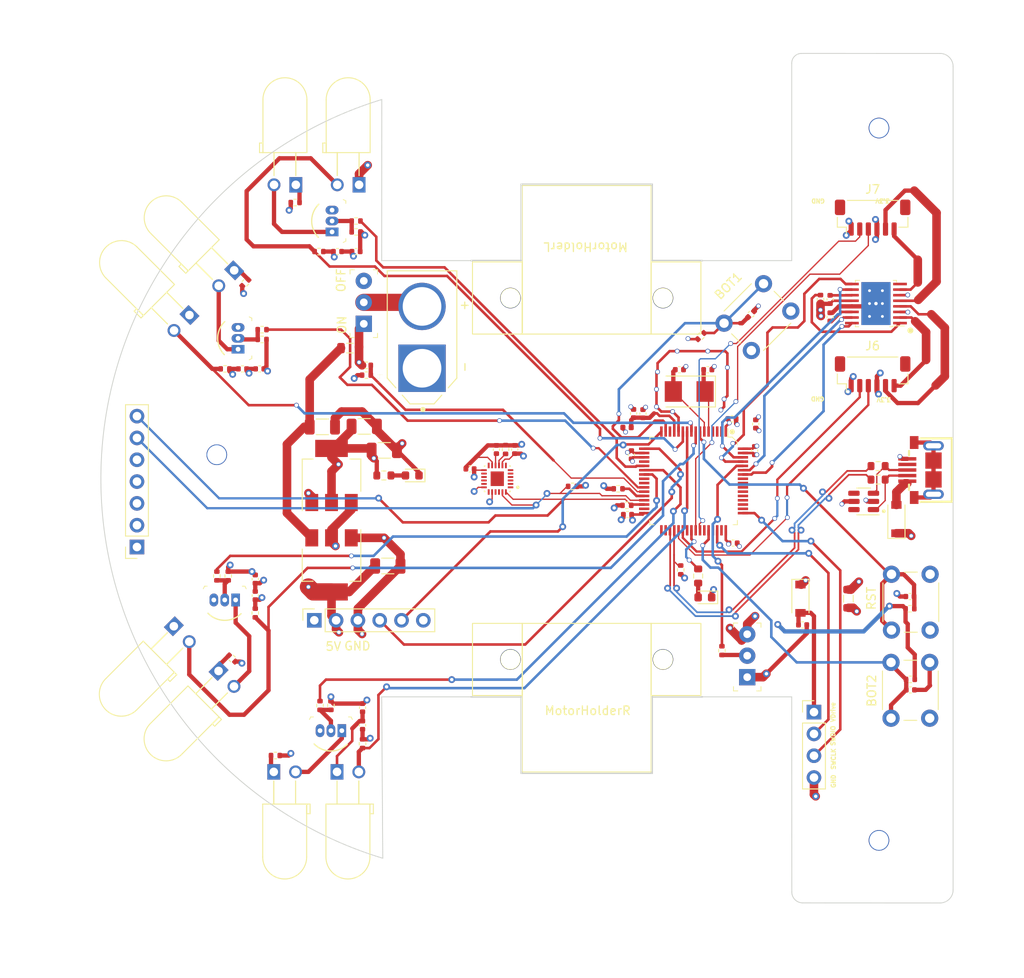
<source format=kicad_pcb>
(kicad_pcb (version 20221018) (generator pcbnew)
  (layers (0 "F.Cu" signal) (1 "In1.Cu" power) (2 "In2.Cu" power) (31 "B.Cu" signal) (34 "B.Paste" user) (35 "F.Paste" user) (36 "B.SilkS" user "B.Silkscreen") (37 "F.SilkS" user "F.Silkscreen") (38 "B.Mask" user) (39 "F.Mask" user) (44 "Edge.Cuts" user))
  (net 0 "")
  (net 1 "+3.3V")
  (net 2 "GND")
  (net 3 "Boton")
  (net 4 "Boton2")
  (net 5 "VCC")
  (net 6 "VDDA")
  (net 7 "/HSE_IN")
  (net 8 "/HSE_OUT")
  (net 9 "+5V")
  (net 10 "RST")
  (net 11 "Vdrive")
  (net 12 "SWDIO")
  (net 13 "SWCLK")
  (net 14 "STM32_D+")
  (net 15 "STM32_D-")
  (net 16 "Net-(U6-VCP)")
  (net 17 "Net-(U6-VINT)")
  (net 18 "VAA")
  (net 19 "I2C2_SCL")
  (net 20 "I2C2_SDA")
  (net 21 "TIM8_CH2")
  (net 22 "TIM8_CH1")
  (net 23 "OutML2")
  (net 24 "OutML1")
  (net 25 "TIM1_CH2")
  (net 26 "TIM1_CH1")
  (net 27 "OutMR2")
  (net 28 "OutMR1")
  (net 29 "LED5")
  (net 30 "FR_Emitter")
  (net 31 "R_Emitter")
  (net 32 "Net-(R9-Pad1)")
  (net 33 "Net-(R10-Pad1)")
  (net 34 "FR_Reciever")
  (net 35 "R_Reciever")
  (net 36 "FL_Emitter")
  (net 37 "L_Emitter")
  (net 38 "Net-(R17-Pad1)")
  (net 39 "Net-(R18-Pad1)")
  (net 40 "FL_Reciever")
  (net 41 "L_Reciever")
  (net 42 "BOOT0")
  (net 43 "ADC_VBat")
  (net 44 "Net-(U5-REGOUT)")
  (net 45 "Net-(D1-A)")
  (net 46 "ML1")
  (net 47 "ML2")
  (net 48 "MR1")
  (net 49 "MR2")
  (net 50 "Net-(U2-VI)")
  (net 51 "Net-(D2-A)")
  (net 52 "Net-(DL2-A)")
  (net 53 "Net-(DL7-A)")
  (net 54 "unconnected-(J2-Shield-Pad6)")
  (net 57 "USART2_TX")
  (net 58 "USART2_RX")
  (net 63 "Net-(Q1-G)")
  (net 64 "Net-(Q1-D)")
  (net 65 "Net-(Q2-G)")
  (net 66 "Net-(Q2-D)")
  (net 67 "Net-(Q3-G)")
  (net 68 "Net-(Q3-D)")
  (net 69 "Net-(Q4-G)")
  (net 70 "Net-(Q4-D)")
  (net 71 "Net-(SW2-B)")
  (net 72 "Net-(U1-PB2)")
  (net 73 "Net-(U6-nSLEEP)")
  (net 74 "Net-(U5-AD0{slash}SDO)")
  (net 75 "/USB_STM32_D+")
  (net 76 "/USB_STM32_D-")
  (footprint "Resistor_SMD:R_0402_1005Metric" (layer "F.Cu") (at 165.95 86 45)
    (fp_text reference "RBOT1" hide)
    (fp_text value "10K")
  )
  (footprint "Button_Switch_THT:SW_PUSH_6mm_H5mm" (layer "F.Cu") (at 188.1484 120.2424 90)
    (fp_text reference "SW1" hide)
    (fp_text value "RST")
  )
  (footprint "Resistor_SMD:R_0402_1005Metric" (layer "F.Cu") (at 121.476 76.156 180)
    (fp_text reference "R20" hide)
    (fp_text value "1.8K")
  )
  (footprint "Capacitor_SMD:C_0402_1005Metric" (layer "F.Cu") (at 190.2968 116.332 180)
    (fp_text reference "CRST1" hide)
    (fp_text value "100nF")
  )
  (footprint "Capacitor_SMD:C_0402_1005Metric" (layer "F.Cu") (at 123.635 76.156 180)
    (fp_text reference "C6" hide)
    (fp_text value "4.7uF")
  )
  (footprint "Capacitor_SMD:C_0402_1005Metric" (layer "F.Cu") (at 177.8 119.634)
    (fp_text reference "CP1" hide)
    (fp_text value "100nF")
  )
  (footprint "Package_TO_SOT_SMD:SOT-223-3_TabPin2" (layer "F.Cu") (at 122.936 102.235 90)
    (fp_text reference "U3" hide)
    (fp_text value "AMS1117-3.3")
  )
  (footprint "digikey-footprints:TO-92-3" (layer "F.Cu") (at 111.770236 116.733164 180)
    (fp_text reference "Q1" hide)
    (fp_text value "BS170")
  )
  (footprint "Resistor_SMD:R_0402_1005Metric" (layer "F.Cu") (at 163.6014 113.2332 90)
    (fp_text reference "RU1" hide)
    (fp_text value "1.5K")
  )
  (footprint "Capacitor_SMD:C_0402_1005Metric" (layer "F.Cu") (at 159.2072 95.0468 90)
    (fp_text reference "CF2" hide)
    (fp_text value "100nF")
  )
  (footprint "Resistor_SMD:R_0402_1005Metric" (layer "F.Cu") (at 151.003 103.505)
    (fp_text reference "RPU1" hide)
    (fp_text value "4.7K")
  )
  (footprint "Capacitor_SMD:C_0402_1005Metric" (layer "F.Cu") (at 139.065 101.473)
    (fp_text reference "CM2" hide)
    (fp_text value "100nF")
  )
  (footprint "Capacitor_SMD:C_0402_1005Metric" (layer "F.Cu") (at 169.573 95.631)
    (fp_text reference "CD4" hide)
    (fp_text value "100nF")
  )
  (footprint "Resistor_SMD:R_0402_1005Metric" (layer "F.Cu") (at 114.852 86.393 180)
    (fp_text reference "R15" hide)
    (fp_text value "47K")
  )
  (footprint "LED_SMD:LED_0603_1608Metric" (layer "F.Cu") (at 132.334 102.235 180)
    (fp_text reference "DL7" hide)
    (fp_text value "VERDE")
  )
  (footprint "mpu-6500-footprint:QFN40P300X300X95-25N" (layer "F.Cu") (at 142.24 102.616 180)
    (fp_text reference "U5" hide)
    (fp_text value "MPU-6500")
  )
  (footprint "HUELLAS:MICRO-USB-SMD_5P-P0.65-H-F_MICRO5.9MMUSB" (layer "F.Cu") (at 191.516 101.6 90)
    (fp_text reference "J2" hide)
    (fp_text value "USB_B_Micro" hide)
  )
  (footprint "Capacitor_SMD:C_0402_1005Metric" (layer "F.Cu") (at 181.0004 83.7692 90)
    (fp_text reference "CD7" hide)
    (fp_text value "2.2uF")
  )
  (footprint "Resistor_SMD:R_0603_1608Metric" (layer "F.Cu") (at 186.5884 102.7176 180)
    (fp_text reference "RU2" hide)
    (fp_text value "22" hide)
  )
  (footprint "digikey-footprints:TSSOP-16-1EP_W4.40mm" (layer "F.Cu") (at 186.3404 82.2146 90)
    (fp_text reference "U6" hide)
    (fp_text value "DRV8833PWPR")
  )
  (footprint "Inductor_SMD:L_0402_1005Metric" (layer "F.Cu") (at 157.353 96.647)
    (fp_text reference "LF1" hide)
    (fp_text value "27nH")
  )
  (footprint "Capacitor_SMD:C_0402_1005Metric" (layer "F.Cu") (at 158.115 95.024 90)
    (fp_text reference "CF1" hide)
    (fp_text value "1uF" hide)
  )
  (footprint "Resistor_SMD:R_0402_1005Metric" (layer "F.Cu") (at 109.585836 113.939164 -90)
    (fp_text reference "R5" hide)
    (fp_text value "100")
  )
  (footprint "" (layer "F.Cu") (at 186.69 61.7728)
    (fp_text reference "")
    (fp_text value "")
  )
  (footprint "digikey-footprints:TO-92-3" (layer "F.Cu") (at 123 73.87 90)
    (fp_text reference "Q4" hide)
    (fp_text value "BS170")
  )
  (footprint "Capacitor_SMD:C_0402_1005Metric" (layer "F.Cu") (at 172.339 96.238 90)
    (fp_text reference "CDR1" hide)
    (fp_text value "4.7uF")
  )
  (footprint "Resistor_SMD:R_0402_1005Metric" (layer "F.Cu") (at 111.35 123.55 -45)
    (fp_text reference "R9" hide)
    (fp_text value "51")
  )
  (footprint "TCRT5000-Footprint:OPTO_TCRT5000" (layer "F.Cu") (at 114.2609 135.5049)
    (fp_text reference "U8" hide)
    (fp_text value "TCRT5000")
  )
  (footprint "Capacitor_SMD:C_0402_1005Metric" (layer "F.Cu") (at 126.5495 129.28 90)
    (fp_text reference "C4" hide)
    (fp_text value "0.1uF")
  )
  (footprint "digikey-footprints:TO-92-3" (layer "F.Cu") (at 112.052 87.536 90)
    (fp_text reference "Q3" hide)
    (fp_text value "BS170" hide)
  )
  (footprint "HUELLAS:AMASS_XT60-M" (layer "F.Cu") (at 133.477 86.1495 90)
    (fp_text reference "J4")
    (fp_text value "Batería")
  )
  (footprint "Capacitor_SMD:C_0402_1005Metric" (layer "F.Cu") (at 125.794 76.156)
    (fp_text reference "C8" hide)
    (fp_text value "0.1uF")
  )
  (footprint "Capacitor_SMD:C_1206_3216Metric" (layer "F.Cu") (at 129.081 99.314)
    (fp_text reference "CR4" hide)
    (fp_text value "10uF")
  )
  (footprint "HUELLAS:Switch_Slide" (layer "F.Cu") (at 171.3484 125.7224 90)
    (fp_text reference "SW2")
    (fp_text value "BootSwitch")
  )
  (footprint "Resistor_SMD:R_0402_1005Metric" (layer "F.Cu") (at 143.2052 99.2124 90)
    (fp_text reference "RM1" hide)
    (fp_text value "4.7K")
  )
  (footprint "Resistor_SMD:R_0402_1005Metric" (layer "F.Cu") (at 156.3116 103.7844 180)
    (fp_text reference "RB2" hide)
    (fp_text value "10K")
  )
  (footprint "Resistor_SMD:R_0402_1005Metric" (layer "F.Cu") (at 125.794 73.87 180)
    (fp_text reference "R16" hide)
    (fp_text value "47K")
  )
  (footprint "Resistor_SMD:R_0402_1005Metric" (layer "F.Cu") (at 114.056236 118.249164 -90)
    (fp_text reference "R11" hide)
    (fp_text value "1.8K")
  )
  (footprint "Inductor_SMD:L_0805_2012Metric" (layer "F.Cu") (at 125.1 87.4 180)
    (fp_text reference "FB1" hide)
    (fp_text value "100Ohm 100MHz")
  )
  (footprint "Resistor_SMD:R_0603_1608Metric" (layer "F.Cu") (at 186.5884 101.1428 180)
    (fp_text reference "RU3" hide)
    (fp_text value "22" hide)
  )
  (footprint "Capacitor_SMD:C_0402_1005Metric" (layer "F.Cu") (at 112.57 89.822 180)
    (fp_text reference "C7" hide)
    (fp_text value "0.1uF")
  )
  (footprint "Crystal:Crystal_SMD_5032-2Pin_5.0x3.2mm" (layer "F.Cu") (at 164.592 92.456 180)
    (fp_text reference "Y1" hide)
    (fp_text value "8MHz")
  )
  (footprint "custom:MotorHolder" (layer "F.Cu") (at 145.154 119.461)
    (fp_text reference "MotorHolderR")
    (fp_text value "Pololu")
  )
  (footprint "Resistor_SMD:R_0402_1005Metric" (layer "F.Cu") (at 122.8665 129.026 -90)
    (fp_text reference "R8" hide)
    (fp_text value "47K")
  )
  (footprint "Capacitor_SMD:C_0402_1005Metric" (layer "F.Cu") (at 171.8 83.45 45)
    (fp_text reference "CBOT1" hide)
    (fp_text value "100nF" hide)
  )
  (footprint "Connector_PinSocket_2.54mm:PinSocket_1x06_P2.54mm_Vertical" (layer "F.Cu") (at 120.929 119.101 90)
    (fp_text reference "J3" hide)
    (fp_text value "UARTBTH")
  )
  (footprint "Resistor_SMD:R_0402_1005Metric" (layer "F.Cu") (at 190.3476 125.984 180)
    (fp_text reference "RBOT2" hide)
    (fp_text value "10K")
  )
  (footprint "Inductor_SMD:L_0805_2012Metric" (layer "F.Cu") (at 183.134 116.586 90)
    (fp_text reference "FB2" hide)
    (fp_text value "100Ohm 100MHz" hide)
  )
  (footprint "Capacitor_SMD:C_0402_1005Metric" (layer "F.Cu") (at 114.056236 114.304164 90)
    (fp_text reference "C1" hide)
    (fp_text value "4.7uF")
  )
  (footprint "Capacitor_SMD:C_0402_1005Metric" (layer "F.Cu") (at 190.3476 127.2032)
    (fp_text reference "CBOT2" hide)
    (fp_text value "100nF")
  )
  (footprint "LED_SMD:LED_0603_1608Metric" (layer "F.Cu") (at 166.4208 116.4336 180)
    (fp_text reference "DL2" hide)
    (fp_text value "AZUL")
  )
  (footprint "Resistor_SMD:R_0402_1005Metric" (layer "F.Cu") (at 114.85 85.25 180)
    (fp_text reference "R13" hide)
    (fp_text value "100" hide)
  )
  (footprint "Capacitor_SMD:C_1206_3216Metric" (layer "F.Cu") (at 126.746 96.52)
    (fp_text reference "CR3" hide)
    (fp_text value "10uF")
  )
  (footprint "Connector_JST:JST_SH_BM06B-SRSS-TB_1x06-1MP_P1.00mm_Vertical" (layer "F.Cu") (at 185.9534 90.4494)
    (fp_text reference "J6")
    (fp_text value "MotorEncodL")
  )
  (footprint "Capacitor_SMD:C_0402_1005Metric" (layer "F.Cu") (at 126.5495 131.312 -90)
    (fp_text reference "C2" hide)
    (fp_text value "4.7uF")
  )
  (footprint "Package_TO_SOT_SMD:SOT-223-3_TabPin2" (layer "F.Cu") (at 122.936 112.649 -90)
    (fp_text reference "U2" hide)
    (fp_text value "AMS1117-5.0")
  )
  (footprint "TCRT5000-Footprint:OPTO_TCRT5000" (layer "F.Cu") (at 113.861941 77.851 -135)
    (fp_text reference "U9" hide)
    (fp_text value "TCRT5000" hide)
  )
  (footprint "Connector_PinSocket_2.54mm:PinSocket_1x07_P2.54mm_Vertical" (layer "F.Cu") (at 100.2792 110.5662 180)
    (fp_text reference "J5" hide)
    (fp_text value "VL6180x ")
  )
  (footprint "Button_Switch_THT:SW_PUSH_6mm_H5mm" (layer "F.Cu") (at 188.0976 130.504 90)
    (fp_text reference "SW5" hide)
    (fp_text value "BTN" hide)
  )
  (footprint "Capacitor_SMD:C_0402_1005Metric" (layer "F.Cu") (at 114.574 89.822)
    (fp_text reference "C5" hide)
    (fp_text value "4.7uF")
  )
  (footprint "Capacitor_SMD:C_0402_1005Metric" (layer "F.Cu") (at 169.7 110.109)
    (fp_text reference "CD3" hide)
    (fp_text value "100nF")
  )
  (footprint "Resistor_SMD:R_0402_1005Metric" (layer "F.Cu") (at 190.2968 117.7544)
    (fp_text reference "RRST1" hide)
    (fp_text value "10K")
  )
  (footprint "Package_TO_SOT_SMD:SOT-23-6" (layer "F.Cu") (at 184.912 105.2576 180)
    (fp_text reference "U4" hide)
    (fp_text value "SRV05-4")
  )
  (footprint "Resistor_SMD:R_0603_1608Metric" (layer "F.Cu") (at 165.6334 113.9444 -90)
    (fp_text reference "R1" hide)
    (fp_text value "220")
  )
  (footprint "Resistor_SMD:R_0402_1005Metric" (layer "F.Cu") (at 157.3276 105.7148 180)
    (fp_text reference "RPU2" hide)
    (fp_text value "4.7K")
  )
  (footprint "Capacitor_SMD:C_0402_1005Metric" (layer "F.Cu") (at 142.1384 99.2124 90)
    (fp_text reference "CM1" hide)
    (fp_text value "100nF")
  )
  (footprint "Connector_JST:JST_SH_BM06B-SRSS-TB_1x06-1MP_P1.00mm_Vertical" (layer "F.Cu") (at 185.9534 72.2122)
    (fp_text reference "J7")
    (fp_text value "MotorEncodR")
  )
  (footprint "Capacitor_SMD:C_0402_1005Metric" (layer "F.Cu") (at 181.0004 81.7372 90)
    (fp_text reference "CD6" hide)
    (fp_text value "10nF")
  )
  (footprint "Capacitor_SMD:C_0402_1005Metric" (layer "F.Cu") (at 157.4064 106.7816 180)
    (fp_text reference "CD5" hide)
    (fp_text value "100nF")
  )
  (footprint "Resistor_SMD:R_0402_1005Metric" (layer "F.Cu") (at 110.536 89.822 180)
    (fp_text reference "R19" hide)
    (fp_text value "1.8K")
  )
  (footprint "Resistor_SMD:R_0402_1005Metric" (layer "F.Cu") (at 168.402 122.6312 -90)
    (fp_text reference "RB1" hide)
    (fp_text value "10K")
  )
  (footprint "Diode_SMD:D_SOD-123" (layer "F.Cu") (at 188.722 107.315 90)
    (fp_text reference "D2" hide)
    (fp_text value "B5819W")
  )
  (footprint "Resistor_SMD:R_0402_1005Metric" (layer "F.Cu") (at 125.794 72.6 180)
    (fp_text reference "R14" hide)
    (fp_text value "100")
  )
  (footprint "Capacitor_SMD:C_0402_1005Metric" (layer "F.Cu") (at 114.056236 116.219164 -90)
    (fp_text reference "C3" hide)
    (fp_text value "0.1uF")
  )
  (footprint "Resistor_SMD:R_0402_1005Metric" (layer "F.Cu") (at 126.998 89.408 180)
    (fp_text reference "RBat1" hide)
    (fp_text value "22K")
  )
  (footprint "Resistor_SMD:R_0402_1005Metric" (layer "F.Cu") (at 127 90.551)
    (fp_text reference "RBat2" hide)
    (fp_text value "18K")
  )
  (footprint "HUELLAS:Switch_Slide" (layer "F.Cu") (at 126.6952 84.5744 90)
    (fp_text reference "SW3")
    (fp_text value "PowerSwitch")
  )
  (footprint "digikey-footprints:LQFP-64_10x10mm" (layer "F.Cu") (at 165.1 102.87 180)
    (fp_text reference "U1" hide)
    (fp_text value "STM32F405RGT6")
  )
  (footprint "Capacitor_SMD:C_0402_1005Metric" (layer "F.Cu") (at 166.751 89.916)
    (fp_text reference "CH1" hide)
    (fp_text value "20pF")
  )
  (footprint "Button_Switch_THT:SW_PUSH_6mm_H5mm" (layer "F.Cu") (at 168.65 84.5 45)
    (fp_text reference "SW4" hide)
    (fp_text value "BTN" hide)
  )
  (footprint "Capacitor_SMD:C_1206_3216Metric" (layer "F.Cu") (at 121.8674 96.5708)
    (fp_text reference "CR1" hide)
    (fp_text value "0.22uF")
  )
  (footprint "Resistor_SMD:R_0402_1005Metric" (layer "F.Cu") (at 110.906636 113.939164 -90)
    (fp_text reference "R7" hide)
    (fp_text value "47K")
  )
  (footprint "Resistor_SMD:R_0603_1608Metric" (layer "F.Cu") (at 129.032 102.235)
    (fp_text reference "R4" hide)
    (fp_text value "220")
  )
  (footprint "TCRT5000-Footprint:OPTO_TCRT5000" (layer "F.Cu") (at 128.0955 69.6375 180)
    (fp_text reference "U10" hide)
    (fp_text value "TCRT5000")
  )
  (footprint "custom:MotorHolder" (layer "F.Cu") (at 160.154 85.771 180)
    (fp_text reference "MotorHolderL")
    (fp_text value "Pololu")
  )
  (footprint "Resistor_SMD:R_0402_1005Metric" (layer "F.Cu") (at 118.7 70.45 180)
    (fp_text reference "R18" hide)
    (fp_text value "51")
  )
  (footprint "Resistor_SMD:R_0402_1005Metric" (layer "F.Cu") (at 179.8828 81.7372 90)
    (fp_text reference "RD1" hide)
    (fp_text value "47K")
  )
  (footprint "Resistor_SMD:R_0402_1005Metric" (layer "F.Cu") (at 116.4 134.85)
    (fp_text reference "R10" hide)
    (fp_text value "51")
  )
  (footprint "Capacitor_SMD:C_0402_1005Metric" (layer "F.Cu") (at 163.449 89.916)
    (fp_text reference "CH2" hide)
    (fp_text value "20pF")
  )
  (footprint "Capacitor_SMD:C_1206_3216Metric" (layer "F.Cu") (at 129.491 112.776)
    (fp_text reference "CR2" hide)
    (fp_text value "10uF")
  )
  (footprint "Resistor_SMD:R_0402_1005Metric" (layer "F.Cu") (at 121.5965 129.024 -90)
    (fp_text reference "R6" hide)
    (fp_text value "100")
  )
  (footprint "Capacitor_SMD:C_0402_1005Metric" (layer "F.Cu") (at 144.272 99.2124 -90)
    (fp_text reference "CM3" hide)
    (fp_text value "10nF")
  )
  (footprint "TCRT5000-Footprint:OPTO_TCRT5000" (layer "F.Cu") (at 104.078054 117.532059 -45)
    (fp_text reference "U7" hide)
    (fp_text value "TCRT5000")
  )
  (footprint "Capacitor_SMD:C_0402_1005Metric" (layer "F.Cu") (at 172.212 99.342 -90)
    (fp_text reference "CD2" hide)
    (fp_text value "100nF")
  )
  (footprint "Resistor_SMD:R_0402_1005Metric" (layer "F.Cu") (at 126.5495 133.471 -90)
    (fp_text reference "R12" hide)
    (fp_text value "1.8K")
  )
  (footprint "Resistor_SMD:R_0402_1005Metric" (layer "F.Cu") (at 112.9 79.8 -135)
    (fp_text reference "R17" hide)
    (fp_text value "51")
  )
  (footprint "" (layer "F.Cu") (at 186.69 144.7292)
    (fp_text reference "")
    (fp_text value "")
  )
  (footprint "Capacitor_SMD:C_0402_1005Metric" (layer "F.Cu") (at 157.861 99.822 90)
    (fp_text reference "CD1" hide)
    (fp_text value "100nF")
  )
  (footprint "digikey-footprints:TO-92-3" (layer "F.Cu") (at 124.1365 131.953 180)
    (fp_text reference "Q2" hide)
    (fp_text value "BS170")
  )
  (footprint "" (layer "F.Cu") (at 109.5756 99.822)
    (fp_text reference "")
    (fp_text value "")
  )
  (footprint "Connector_PinHeader_2.54mm:PinHeader_1x04_P2.54mm_Vertical" (layer "F.Cu") (at 179.1208 129.794)
    (fp_text reference "J1" hide)
    (fp_text value "SWD")
  )
  (footprint "Diode_SMD:D_SOD-123" (layer "F.Cu") (at 177.546 116.586 -90)
    (fp_text reference "D1" hide)
    (fp_text value "B5819W")
  )
  (gr_circle (center 169.6 97.15) (end 169.823607 97.15) (stroke (width 0.15)) (fill solid) (layer "F.SilkS"))
  (gr_circle (center 187.25 106.4) (end 187.391421 106.4) (stroke (width 0.15)) (fill solid) (layer "F.SilkS"))
  (gr_circle (center 190.35 85.35) (end 190.619258 85.35) (stroke (width 0.15)) (fill solid) (layer "F.SilkS"))
  (gr_line (start 166.116 128.016) (end 160.274 128.016) (stroke (width 0.2)) (layer "Edge.Cuts"))
  (gr_line (start 160.274 68.326) (end 145.034 68.326) (stroke (width 0.2)) (layer "Edge.Cuts"))
  (gr_line (start 128.778 77.216) (end 139.192 77.216) (stroke (width 0.1)) (layer "Edge.Cuts"))
  (gr_arc (start 195.326 150.495) (mid 194.879631 151.572631) (end 193.802 152.019) (stroke (width 0.1)) (layer "Edge.Cuts"))
  (gr_line (start 176.53 54.22514) (end 176.53 77.216) (stroke (width 0.1)) (layer "Edge.Cuts"))
  (gr_line (start 160.274 128.016) (end 160.274 136.906) (stroke (width 0.2)) (layer "Edge.Cuts"))
  (gr_arc (start 128.905 146.811999) (mid 96.076123 102.676745) (end 128.788736 58.455248) (stroke (width 0.1)) (layer "Edge.Cuts"))
  (gr_line (start 177.673 53.08214) (end 193.802 53.086) (stroke (width 0.1)) (layer "Edge.Cuts"))
  (gr_arc (start 193.802 53.086) (mid 194.879631 53.532369) (end 195.326 54.61) (stroke (width 0.1)) (layer "Edge.Cuts"))
  (gr_line (start 176.53 128.016) (end 176.539026 150.739974) (stroke (width 0.1)) (layer "Edge.Cuts"))
  (gr_arc (start 177.809026 152.009974) (mid 176.911 151.638) (end 176.539026 150.739974) (stroke (width 0.1)) (layer "Edge.Cuts"))
  (gr_line (start 166.116 128.016) (end 176.53 128.016) (stroke (width 0.1)) (layer "Edge.Cuts"))
  (gr_line (start 145.034 77.216) (end 139.192 77.216) (stroke (width 0.2)) (layer "Edge.Cuts"))
  (gr_line (start 145.034 128.016) (end 139.192 128.016) (stroke (width 0.2)) (layer "Edge.Cuts"))
  (gr_line (start 177.809026 152.009974) (end 193.802 152.019) (stroke (width 0.1)) (layer "Edge.Cuts"))
  (gr_line (start 128.905 146.812) (end 128.778 128.016) (stroke (width 0.1)) (layer "Edge.Cuts"))
  (gr_line (start 166.116 77.216) (end 160.274 77.216) (stroke (width 0.2)) (layer "Edge.Cuts"))
  (gr_arc (start 176.53 54.22514) (mid 176.864777 53.416917) (end 177.673 53.08214) (stroke (width 0.1)) (layer "Edge.Cuts"))
  (gr_line (start 160.274 136.906) (end 145.034 136.906) (stroke (width 0.2)) (layer "Edge.Cuts"))
  (gr_line (start 160.274 77.216) (end 160.274 68.326) (stroke (width 0.2)) (layer "Edge.Cuts"))
  (gr_line (start 145.034 136.906) (end 145.034 128.016) (stroke (width 0.2)) (layer "Edge.Cuts"))
  (gr_line (start 166.116 77.216) (end 176.53 77.216) (stroke (width 0.1)) (layer "Edge.Cuts"))
  (gr_line (start 128.778 77.216) (end 128.788736 58.455248) (stroke (width 0.1)) (layer "Edge.Cuts"))
  (gr_line (start 145.034 68.326) (end 145.034 77.216) (stroke (width 0.2)) (layer "Edge.Cuts"))
  (gr_line (start 128.778 128.016) (end 139.192 128.016) (stroke (width 0.1)) (layer "Edge.Cuts"))
  (gr_line (start 195.326 54.61) (end 195.326 150.495) (stroke (width 0.1)) (layer "Edge.Cuts"))
  (gr_text "OFF\n" (at 124.05 79.5 90) (layer "F.SilkS") (effects (font (size 1 1))))
  (gr_text "5V" (at 123.15 122.15) (layer "F.SilkS") (effects (font (size 1 1))))
  (gr_text "+" (at 138.45 82.35) (layer "F.SilkS") (effects (font (size 1 1))))
  (gr_text "SWDIO" (at 181.35 132.55 90) (layer "F.SilkS") (effects (font (size 0.5 0.5) (thickness 0.125))))
  (gr_text "BOT1" (at 169.15 80.15 45) (layer "F.SilkS") (effects (font (size 1 1))))
  (gr_text "RST" (at 185.8 116.55 90) (layer "F.SilkS") (effects (font (size 1 1))))
  (gr_text "SWCLK" (at 181.4 135.25 90) (layer "F.SilkS") (effects (font (size 0.5 0.5) (thickness 0.125))))
  (gr_text "VDrive" (at 181.35 129.8 90) (layer "F.SilkS") (effects (font (size 0.5 0.5) (thickness 0.125))))
  (gr_text "3.3V" (at 187.25 93.4 180) (layer "F.SilkS") (effects (font (size 0.5 0.5) (thickness 0.125))))
  (gr_text "BOT2" (at 185.85 127.3 90) (layer "F.SilkS") (effects (font (size 1 1))))
  (gr_text "GND" (at 179.6 70.25 180) (layer "F.SilkS") (effects (font (size 0.5 0.5) (thickness 0.125))))
  (gr_text "-" (at 138.4 89.6 90) (layer "F.SilkS") (effects (font (size 1 1))))
  (gr_text "3.3V" (at 187.1 70.25 180) (layer "F.SilkS") (effects (font (size 0.5 0.5) (thickness 0.125))))
  (gr_text "GND" (at 179.55 93.3 180) (layer "F.SilkS") (effects (font (size 0.5 0.5) (thickness 0.125))))
  (gr_text "GND" (at 125.95 122.1) (layer "F.SilkS") (effects (font (size 1 1))))
  (gr_text "GND" (at 181.4 137.85 90) (layer "F.SilkS") (effects (font (size 0.5 0.5) (thickness 0.125))))
  (gr_text "ON\n" (at 124.15 84.7 90) (layer "F.SilkS") (effects (font (size 1 1))))
  (segment (start 190.8576 123.0904) (end 190.0428 122.2756) (width 0.5) (layer "F.Cu") (net 1))
  (segment (start 172.41 98.862) (end 172.466 98.806) (width 0.3) (layer "F.Cu") (net 1))
  (segment (start 186.4534 91.7744) (end 186.4534 92.575) (width 0.5) (layer "F.Cu") (net 1))
  (segment (start 190.0428 122.2756) (end 190.0428 119.5324) (width 0.5) (layer "F.Cu") (net 1))
  (segment (start 156.868 96.647) (end 156.868 96.863048) (width 0.3) (layer "F.Cu") (net 1))
  (segment (start 126.1455 67.1045) (end 127.15 66.1) (width 1) (layer "F.Cu") (net 1))
  (segment (start 186.4534 92.575) (end 186.6392 92.7608) (width 0.5) (layer "F.Cu") (net 1))
  (segment (start 112.539376 80.889376) (end 112.7 81.05) (width 0.5) (layer "F.Cu") (net 1))
  (segment (start 122.936 105.385) (end 122.936 101.7524) (width 1) (layer "F.Cu") (net 1))
  (segment (start 151.513 103.505) (end 152.4 103.505) (width 0.5) (layer "F.Cu") (net 1))
  (segment (start 186.4534 72.5852) (end 186.2836 72.4154) (width 0.5) (layer "F.Cu") (net 1))
  (segment (start 169.35 120.067502) (end 169.35 120) (width 1) (layer "F.Cu") (net 1))
  (segment (start 127.377 99.085) (end 127.606 99.314) (width 1) (layer "F.Cu") (net 1))
  (segment (start 116.91 134.85) (end 117.95 134.85) (width 0.5) (layer "F.Cu") (net 1))
  (segment (start 172.212 98.862) (end 172.41 98.862) (width 0.3) (layer "F.Cu") (net 1))
  (segment (start 186.4534 91.7744) (end 186.4534 90.686) (width 0.5) (layer "F.Cu") (net 1))
  (segment (start 143.1544 100.33) (end 143.6344 100.33) (width 0.15) (layer "F.Cu") (net 1))
  (segment (start 125.314 76.51446) (end 125.491269 76.691729) (width 0.5) (layer "F.Cu") (net 1))
  (segment (start 152.4 103.505) (end 152.527 103.378) (width 0.5) (layer "F.Cu") (net 1))
  (segment (start 172.41 96.718) (end 172.72 97.028) (width 0.5) (layer "F.Cu") (net 1))
  (segment (start 139.545 102.4102) (end 139.5476 102.4128) (width 0.5) (layer "F.Cu") (net 1))
  (segment (start 118.19 70.45) (end 118.19 71.16) (width 0.5) (layer "F.Cu") (net 1))
  (segment (start 169.2656 95.8036) (end 169.2656 96.1136) (width 0.3) (layer "F.Cu") (net 1))
  (segment (start 159.1884 106.7816) (end 159.35 106.62) (width 0.3) (layer "F.Cu") (net 1))
  (segment (start 157.8864 106.7816) (end 159.1884 106.7816) (width 0.3) (layer "F.Cu") (net 1))
  (segment (start 157.8864 106.7816) (end 157.8864 107.3404) (width 0.5) (layer "F.Cu") (net 1))
  (segment (start 145.006 99.6924) (end 145.288 99.9744) (width 0.5) (layer "F.Cu") (net 1))
  (segment (start 126.5495 129.76) (end 126.5495 130.832) (width 0.5) (layer "F.Cu") (net 1))
  (segment (start 113.05 90.052) (end 113.328 90.33) (width 0.5) (layer "F.Cu") (net 1))
  (segment (start 127.606 99.314) (end 127.606 99.9708) (width 1) (layer "F.Cu") (net 1))
  (segment (start 127.606 99.9708) (end 127.8636 100.2284) (width 1) (layer "F.Cu") (net 1))
  (segment (start 122.936 101.7524) (end 123.7488 100.9396) (width 1) (layer "F.Cu") (net 1))
  (segment (start 186.4534 73.5372) (end 186.4534 72.5852) (width 0.5) (layer "F.Cu") (net 1))
  (segment (start 171.954 99.12) (end 172.212 98.862) (width 0.3) (layer "F.Cu") (net 1))
  (segment (start 157.861 100.457) (end 157.988 100.584) (width 0.3) (layer "F.Cu") (net 1))
  (segment (start 156.8176 105.7148) (end 156.1592 105.7148) (width 0.5) (layer "F.Cu") (net 1))
  (segment (start 111.710624 123.910624) (end 112.310624 123.910624) (width 0.5) (layer "F.Cu") (net 1))
  (segment (start 123.5769 134.9231) (end 123.5769 136.7549) (width 0.3) (layer "F.Cu") (net 1))
  (segment (start 164.510624 86.360624) (end 164.45 86.3) (width 0.3) (layer "F.Cu") (net 1))
  (segment (start 172.339 96.718) (end 172.41 96.718) (width 0.5) (layer "F.Cu") (net 1))
  (segment (start 170.7 121.417502) (end 169.35 120.067502) (width 1) (layer "F.Cu") (net 1))
  (segment (start 113.05 89.822) (end 114.094 89.822) (width 0.5) (layer "F.Cu") (net 1))
  (segment (start 169.22 110.18) (end 169.164 110.236) (width 0.5) (layer "F.Cu") (net 1))
  (segment (start 128.207 102.235) (end 128.207 100.5718) (width 0.5) (layer "F.Cu") (net 1))
  (segment (start 114.056236 115.739164) (end 114.056236 114.784164) (width 0.5) (layer "F.Cu") (net 1))
  (segment (start 126.1455 68.3875) (end 126.1455 67.1045) (width 1) (layer "F.Cu") (net 1))
  (segment (start 122.936 99.085) (end 127.377 99.085) (width 1) (layer "F.Cu") (net 1))
  (segment (start 125.35 131.7) (end 126.218 130.832) (width 0.5) (layer "F.Cu") (net 1))
  (segment (start 118.19 71.16) (end 118 71.35) (width 0.5) (layer "F.Cu") (net 1))
  (segment (start 142.84 101.071) (end 142.84 100.6444) (width 0.15) (layer "F.Cu") (net 1))
  (segment (start 186.4534 90.686) (end 186.8424 90.297) (width 0.5) (layer "F.Cu") (net 1))
  (segment (start 158.043 100.12) (end 157.861 100.302) (width 0.3) (layer "F.Cu") (net 1))
  (segment (start 157.861 100.302) (end 157.861 100.457) (width 0.3) (layer "F.Cu") (net 1))
  (segment (start 114.056236 114.784164) (end 114.602236 114.784164) (width 0.5) (layer "F.Cu") (net 1))
  (segment (start 125.35 133.15) (end 123.5769 134.9231) (width 0.3) (layer "F.Cu") (net 1))
  (segment (start 122.936 100.1268) (end 123.7488 100.9396) (width 1) (layer "F.Cu") (net 1))
  (segment (start 170.85 99.12) (end 171.954 99.12) (width 0.3) (layer "F.Cu") (net 1))
  (segment (start 171.3484 119.5324) (end 172.2628 118.618) (width 1) (layer "F.Cu") (net 1))
  (segment (start 123.146703 99.085) (end 125.271 96.960703) (width 1) (layer "F.Cu") (net 1))
  (segment (start 168.85 108.62) (end 168.85 109.739) (width 0.3) (layer "F.Cu") (net 1))
  (segment (start 169.22 110.109) (end 169.22 110.18) (width 0.5) (layer "F.Cu") (net 1))
  (segment (start 168.85 96.5292) (end 169.2656 96.1136) (width 0.3) (layer "F.Cu") (net 1))
  (segment (start 168.85 97.12) (end 168.85 96.5292) (width 0.3) (layer "F.Cu") (net 1))
  (segment (start 117.95 134.85) (end 118.2 134.6) (width 0.5) (layer "F.Cu") (net 1))
  (segment (start 112.539376 80.160624) (end 112.539376 80.889376) (width 0.5) (layer "F.Cu") (net 1))
  (segment (start 189.482 117.4496) (end 189.7868 117.7544) (width 0.5) (layer "F.Cu") (net 1))
  (segment (start 143.6344 100.33) (end 144.272 99.6924) (width 0.15) (layer "F.Cu") (net 1))
  (segment (start 157.8864 107.3404) (end 157.988 107.442) (width 0.5) (layer "F.Cu") (net 1))
  (segment (start 159.35 100.12) (end 158.043 100.12) (width 0.3) (layer "F.Cu") (net 1))
  (segment (start 144.272 99.6924) (end 145.006 99.6924) (width 0.5) (layer "F.Cu") (net 1))
  (segment (start 168.85 109.739) (end 169.22 110.109) (width 0.3) (layer "F.Cu") (net 1))
  (segment (start 112.310624 123.910624) (end 112.5 124.1) (width 0.5) (layer "F.Cu") (net 1))
  (segment (start 186.4534 74.5824) (end 186.2836 74.7522) (width 0.5) (layer "F.Cu") (net 1))
  (segment (start 189.7868 119.2764) (end 190.0428 119.5324) (width 0.5) (layer "F.Cu") (net 1))
  (segment (start 171.3484 120.7224) (end 171.3484 119.5324) (width 1) (layer "F.Cu") (net 1))
  (segment (start 114.602236 114.784164) (end 114.945236 114.441164) (width 0.5) (layer "F.Cu") (net 1))
  (segment (start 124.115 76.156) (end 125.314 76.156) (width 0.5) (layer "F.Cu") (net 1))
  (segment (start 156.1592 105.7148) (end 155.8544 106.0196) (width 0.5) (layer "F.Cu") (net 1))
  (segment (start 142.84 100.6444) (end 143.1544 100.33) (width 0.15) (layer "F.Cu") (net 1))
  (segment (start 140.695 101.616) (end 139.688 101.616) (width 0.15) (layer "F.Cu") (net 1))
  (segment (start 113.05 89.822) (end 113.05 90.052) (width 0.5) (layer "F.Cu") (net 1))
  (segment (start 165.589376 86.360624) (end 164.510624 86.360624) (width 0.3) (layer "F.Cu") (net 1))
  (segment (start 187.9092 117.4496) (end 189.482 117.4496) (width 0.5) (layer "F.Cu") (net 1))
  (segment (start 170.7 121.45) (end 170.7 121.417502) (width 1) (layer "F.Cu") (net 1))
  (segment (start 189.7868 117.7544) (end 189.7868 119.2764) (width 0.5) (layer "F.Cu") (net 1))
  (segment (start 125.35 131.7) (end 125.35 133.15) (width 0.3) (layer "F.Cu") (net 1))
  (segment (start 139.545 101.473) (end 139.545 102.4102) (width 0.5) (layer "F.Cu") (net 1))
  (segment (start 156.868 96.863048) (end 157.180452 97.1755) (width 0.3) (layer "F.Cu") (net 1))
  (segment (start 128.207 100.5718) (end 127.8636 100.2284) (width 0.5) (layer "F.Cu") (net 1))
  (segment (start 190.8576 125.984) (end 190.8576 123.0904) (width 0.5) (layer "F.Cu") (net 1))
  (segment (start 169.093 95.631) (end 169.2656 95.8036) (width 0.3) (layer "F.Cu") (net 1))
  (segment (start 163.6288 113.7432) (end 164.0586 114.173) (width 0.5) (layer "F.Cu") (net 1))
  (segment (start 122.936 99.085) (end 122.936 100.1268) (width 1) (layer "F.Cu") (net 1))
  (segment (start 186.4534 73.5372) (end 186.4534 74.5824) (width 0.5) (layer "F.Cu") (net 1))
  (segment (start 125.271 96.960703) (end 125.271 96.52) (width 1) (layer "F.Cu") (net 1))
  (segment (start 171.3484 120.8016) (end 170.7 121.45) (width 1) (layer "F.Cu") (net 1))
  (segment (start 126.218 130.832) (end 126.5495 130.832) (width 0.5) (layer "F.Cu") (net 1))
  (segment (start 125.314 76.156) (end 125.314 76.51446) (width 0.5) (layer "F.Cu") (net 1))
  (via (at 169.35 120) (size 0.55) (drill 0.4) (layers "F.Cu" "B.Cu") (net 1))
  (via (at 112.5 124.1) (size 0.8) (drill 0.4) (layers "F.Cu" "B.Cu") (net 1))
  (via (at 127.8636 100.2284) (size 0.55) (drill 0.4) (layers "F.Cu" "B.Cu") (net 1))
  (via (at 164.0586 114.173) (size 0.8) (drill 0.4) (layers "F.Cu" "B.Cu") (net 1))
  (via (at 169.164 110.236) (size 0.55) (drill 0.4) (layers "F.Cu" "B.Cu") (net 1))
  (via (at 186.2836 74.7522) (size 0.8) (drill 0.4) (layers "F.Cu" "B.Cu") (net 1))
  (via (at 172.466 98.806) (size 0.55) (drill 0.4) (layers "F.Cu" "B.Cu") (net 1))
  (via (at 186.8424 90.297) (size 0.8) (drill 0.4) (layers "F.Cu" "B.Cu") (net 1))
  (via (at 157.988 100.584) (size 0.55) (drill 0.4) (layers "F.Cu" "B.Cu") (net 1))
  (via (at 186.6392 92.7608) (size 0.8) (drill 0.4) (layers "F.Cu" "B.Cu") (net 1))
  (via (at 187.9092 117.4496) (size 0.8) (drill 0.4) (layers "F.Cu" "B.Cu") (net 1))
  (via (at 172.72 97.028) (size 0.55) (drill 0.4) (layers "F.Cu" "B.Cu") (net 1))
  (via (at 139.5476 102.4128) (size 0.8) (drill 0.4) (layers "F.Cu" "B.Cu") (net 1))
  (via (at 186.2836 72.4154) (size 0.8) (drill 0.4) (layers "F.Cu" "B.Cu") (net 1))
  (via (at 152.527 103.378) (size 0.8) (drill 0.4) (layers "F.Cu" "B.Cu") (net 1))
  (via (at 115.034136 114.428464) (size 0.8) (drill 0.4) (layers "F.Cu" "B.Cu") (net 1))
  (via (at 127.15 66.1) (size 0.8) (drill 0.4) (layers "F.Cu" "B.Cu") (net 1))
  (via (at 172.2628 118.618) (size 0.8) (drill 0.4) (layers "F.Cu" "B.Cu") (net 1))
  (via (at 118 71.35) (size 0.8) (drill 0.4) (layers "F.Cu" "B.Cu") (net 1))
  (via (at 112.7 81.05) (size 0.8) (drill 0.4) (layers "F.Cu" "B.Cu") (net 1))
  (via (at 169.2656 96.1136) (size 0.55) (drill 0.4) (layers "F.Cu" "B.Cu") (net 1))
  (via (at 164.45 86.3) (size 0.55) (drill 0.4) (layers "F.Cu" "B.Cu") (net 1))
  (via (at 174.9044 119.5832) (size 0.8) (drill 0.4) (layers "F.Cu" "B.Cu") (net 1))
  (via (at 113.328 90.33) (size 0.8) (drill 0.4) (layers "F.Cu" "B.Cu") (net 1))
  (via (at 118.2 134.6) (size 0.8) (drill 0.4) (layers "F.Cu" "B.Cu") (net 1))
  (via (at 123.7488 100.9396) (size 0.55) (drill 0.4) (layers "F.Cu" "B.Cu") (net 1))
  (via (at 145.288 99.9744) (size 0.8) (drill 0.4) (layers "F.Cu" "B.Cu") (net 1))
  (via (at 155.8544 106.0196) (size 0.8) (drill 0.4) (layers "F.Cu" "B.Cu") (net 1))
  (via (at 157.988 107.442) (size 0.8) (drill 0.4) (layers "F.Cu" "B.Cu") (net 1))
  (via (at 157.180452 97.1755) (size 0.55) (drill 0.4) (layers "F.Cu" "B.Cu") (net 1))
  (via (at 125.491269 76.691729) (size 0.8) (drill 0.4) (layers "F.Cu" "B.Cu") (net 1))
  (segment (start 184.912 120.396) (end 187.6044 117.7036) (width 0.5) (layer "B.Cu") (net 1))
  (segment (start 175.7172 120.396) (end 184.912 120.396) (width 0.5) (layer "B.Cu") (net 1))
  (segment (start 187.8584 117.4496) (end 187.9092 117.4496) (width 0.5) (layer "B.Cu") (net 1))
  (segment (start 187.6044 117.7036) (end 187.8584 117.4496) (width 0.5) (layer "B.Cu") (net 1))
  (segment (start 174.9044 119.5832) (end 175.7172 120.396) (width 0.5) (layer "B.Cu") (net 1))
  (segment (start 126.304 73.87) (end 126.429 73.87) (width 0.5) (layer "F.Cu") (net 2))
  (segment (start 159.35 99.62) (end 158.139 99.62) (width 0.3) (layer "F.Cu") (net 2))
  (segment (start 160.782 94.234) (end 161.3408 94.7928) (width 0.3) (layer "F.Cu") (net 2))
  (segment (start 169.037 89.662) (end 169.037 92.964) (width 0.3) (layer "F.Cu") (net 2))
  (segment (start 130.966 111.408) (end 129.057 109.499) (width 1) (layer "F.Cu") (net 2))
  (segment (start 140.0208 103.616) (end 140.695 103.616) (width 0.15) (layer "F.Cu") (net 2))
  (segment (start 168.656 93.345) (end 168.656 94.234) (width 0.3) (layer "F.Cu") (net 2))
  (segment (start 126.6485 128.8) (end 127.0575 128.391) (width 0.5) (layer "F.Cu") (net 2))
  (segment (start 113.675236 113.425164) (end 110.910636 113.425164) (width 0.5) (layer "F.Cu") (net 2))
  (segment (start 123.155 76.156) (end 123.155 76.692) (width 0.5) (layer "F.Cu") (net 2))
  (segment (start 127.3135 132.961) (end 127.4385 132.836) (width 0.5) (layer "F.Cu") (net 2))
  (segment (start 189.1404 83.1896) (end 189.9712 83.1896) (width 0.3) (layer "F.Cu") (net 2))
  (segment (start 111.046 89.822) (end 111.046 90.08) (width 0.5) (layer "F.Cu") (net 2))
  (segment (start 167.231 89.916) (end 167.231 89.817) (width 0.5) (layer "F.Cu") (net 2))
  (segment (start 172.212 99.822) (end 172.466 99.822) (width 0.3) (layer "F.Cu") (net 2))
  (segment (start 128.221 96.979) (end 130.556 99.314) (width 1) (layer "F.Cu") (net 2))
  (segment (start 166.751 87.757) (end 168.783 87.757) (width 0.3) (layer "F.Cu") (net 2))
  (segment (start 170.85 99.62) (end 172.01 99.62) (width 0.3) (layer "F.Cu") (net 2))
  (segment (start 183.4534 90.953361) (end 183.694788 90.711973) (width 0.5) (layer "F.Cu") (net 2))
  (segment (start 156.9264 106.7816) (end 156.9264 107.132) (width 0.5) (layer "F.Cu") (net 2))
  (segment (start 126.009 120.2178) (end 126.492 120.7008) (width 1) (layer "F.Cu") (net 2))
  (segment (start 190.050712 83.253288) (end 190.050712 83.2151) (width 0.3) (layer "F.Cu") (net 2))
  (segment (start 181.2772 83.2892) (end 182.0268 82.5396) (width 0.5) (layer "F.Cu") (net 2))
  (segment (start 126.5495 132.961) (end 126.5495 131.792) (width 0.5) (layer "F.Cu") (net 2))
  (segment (start 123.1505 128.8) (end 122.8665 128.516) (width 0.5) (layer "F.Cu") (net 2))
  (segment (start 170.18 110.236) (end 170.434 110.49) (width 0.5) (layer "F.Cu") (net 2))
  (segment (start 133.1215 102.235) (end 133.1215 101.8795) (width 0.5) (layer "F.Cu") (net 2))
  (segment (start 163.195 87.757) (end 166.751 87.757) (width 0.3) (layer "F.Cu") (net 2))
  (segment (start 160.782 92.202) (end 160.782 90.297) (width 0.3) (layer "F.Cu") (net 2))
  (segment (start 115.362 86.393) (end 115.362 89.514) (width 0.5) (layer "F.Cu") (net 2))
  (segment (start 190.8276 127.2032) (end 192.1256 127.2032) (width 0.5) (layer "F.Cu") (net 2))
  (segment (start 183.4534 73.6962) (end 182.88 74.2696) (width 0.5) (layer "F.Cu") (net 2))
  (segment (start 141.64 105.01) (end 141.64 104.161) (width 0.15) (layer "F.Cu") (net 2))
  (segment (start 179.324 139.5984) (end 179.1208 139.3952) (width 1) (layer "F.Cu") (net 2))
  (segment (start 190.0173 81.2396) (end 190.0428 81.2141) (width 0.3) (layer "F.Cu") (net 2))
  (segment (start 139.5476 104.0892) (end 140.0208 103.616) (width 0.15) (layer "F.Cu") (net 2))
  (segment (start 123.3424 96.5708) (end 123.3424 95.5548) (width 1) (layer "F.Cu") (net 2))
  (segment (start 173.1848 125.7224) (end 173.5836 125.3236) (width 1) (layer "F.Cu") (net 2))
  (segment (start 159.23 94.5668) (end 159.512 94.2848) (width 0.5) (layer "F.Cu") (net 2))
  (segment (start 169.037 88.011) (end 169.037 89.408) (width 0.3) (layer "F.Cu") (net 2))
  (segment (start 178.28 120.6272) (end 173.5836 125.3236) (width 0.5) (layer "F.Cu") (net 2))
  (segment (start 182.0268 82.5396) (end 183.5404 82.5396) (width 0.5) (layer "F.Cu") (net 2))
  (segment (start 189.4032 100.3) (end 189.1284 100.0252) (width 0.5) (layer "F.Cu") (net 2))
  (segment (start 162.6616 94.7928) (end 163.35 95.4812) (width 0.3) (layer "F.Cu") (net 2))
  (segment (start 160.909 90.17) (end 160.909 89.154) (width 0.3) (layer "F.Cu") (net 2))
  (segment (start 192.1256 127.2032) (end 192.6336 126.6952) (width 0.5) (layer "F.Cu") (net 2))
  (segment (start 138.585 101.473) (end 138.585 101.288614) (width 0.5) (layer "F.Cu") (net 2))
  (segment (start 189.1404 81.2396) (end 190.0173 81.2396) (width 0.3) (layer "F.Cu") (net 2))
  (segment (start 183.5404 82.5396) (end 186.0154 82.5396) (width 0.5) (layer "F.Cu") (net 2))
  (segment (start 114.056236 116.699164) (end 114.056236 117.739164) (width 0.5) (layer "F.Cu") (net 2))
  (segment (start 172.139411 83.110589) (end 172.139411 83.010589) (width 0.5) (layer "F.Cu") (net 2))
  (segment (start 111.046 90.08) (end 111.423 90.457) (width 0.5) (layer "F.Cu") (net 2))
  (segment (start 170.18 96.3168) (end 170.053 96.1898) (width 0.5) (layer "F.Cu") (net 2))
  (segment (start 169.037 92.964) (end 168.656 93.345) (width 0.3) (layer "F.Cu") (net 2))
  (segment (start 183.4534 72.8872) (end 183.1848 72.6186) (width 0.5) (layer "F.Cu") (net 2))
  (segment (start 160.909 89.154) (end 162.306 87.757) (width 0.3) (layer "F.Cu") (net 2))
  (segment (start 141.10885 100.124807) (end 139.748807 100.124807) (width 0.15) (layer "F.Cu") (net 2))
  (segment (start 179.1208 139.3952) (end 179.1208 137.414) (width 1) (layer "F.Cu") (net 2))
  (segment (start 172.6692 95.4024) (end 172.6692 95.4278) (width 0.5) (layer "F.Cu") (net 2))
  (segment (start 110.906636 113.429164) (end 110.906636 112.891764) (width 0.5) (layer "F.Cu") (net 2))
  (segment (start 163.35 97.12) (end 163.35 95.4812) (width 0.3) (layer "F.Cu") (net 2))
  (segment (start 171.3484 125.7224) (end 173.1848 125.7224) (width 1) (layer "F.Cu") (net 2))
  (segment (start 126.009 119.101) (end 126.009 120.2178) (width 1) (layer "F.Cu") (net 2))
  (segment (start 189.9712 83.1896) (end 190.0428 83.2612) (width 0.3) (layer "F.Cu") (net 2))
  (segment (start 126.009 119.101) (end 126.009 117.733) (width 1) (layer "F.Cu") (net 2))
  (segment (start 141.35 105.3) (end 141.64 105.01) (width 0.15) (layer "F.Cu") (net 2))
  (segment (start 167.2083 115.7477) (end 167.4368 115.5192) (width 0.5) (layer "F.Cu") (net 2))
  (segment (start 141.64 100.655957) (end 141.10885 100.124807) (width 0.15) (layer "F.Cu") (net 2))
  (segment (start 114.592236 116.699164) (end 114.818236 116.473164) (width 0.5) (layer "F.Cu") (net 2))
  (segment (start 142.1384 98.7324) (end 144.9552 98.7324) (width 0.5) (layer "F.Cu") (net 2))
  (segment (start 126.5495 128.8) (end 126.6485 128.8) (width 0.5) (layer "F.Cu") (net 2))
  (segment (start 155.8016 103.7844) (end 154.9908 103.7844) (width 0.5) (layer "F.Cu") (net 2))
  (segment (start 111.046 89.822) (end 112.09 89.822) (width 0.5) (layer "F.Cu") (net 2))
  (segment (start 125.9586 90.551) (end 125.5776 90.932) (width 0.5) (layer "F.Cu") (net 2))
  (segment (start 129.057 109.499) (end 125.236 109.499) (width 1) (layer "F.Cu") (net 2))
  (segment (start 160.782 94.234) (end 160.782 92.202) (width 0.3) (layer "F.Cu") (net 2))
  (segment (start 126.49 90.551) (end 125.9586 90.551) (width 0.5) (layer "F.Cu") (net 2))
  (segment (start 115.233 89.822) (end 115.487 90.076) (width 0.5) (layer "F.Cu") (net 2))
  (segment (start 130.966 112.776) (end 130.966 111.408) (width 1) (layer "F.Cu") (net 2))
  (segment (start 114.056236 116.699164) (end 114.592236 116.699164) (width 0.5) (layer "F.Cu") (net 2))
  (segment (start 168.656 94.234) (end 168.275 94.615) (width 0.3) (layer "F.Cu") (net 2))
  (segment (start 172.01 99.62) (end 172.212 99.822) (width 0.3) (layer "F.Cu") (net 2))
  (segment (start 172.139411 83.010589) (end 172.65 82.5) (width 0.5) (layer "F.Cu") (net 2))
  (segment (start 163.929 89.916) (end 163.929 89.817) (width 0.5) (layer "F.Cu") (net 2))
  (segment (start 115.054 89.822) (end 115.233 89.822) (width 0.5) (layer "F.Cu") (net 2))
  (segment (start 167.231 89.817) (end 167.513 89.535) (width 0.5) (layer "F.Cu") (net 2))
  (segment (start 172.6692 95.4278) (end 172.339 95.758) (width 0.5) (layer "F.Cu") (net 2))
  (segment (start 168.783 87.757) (end 169.037 88.011) (width 0.3) (layer "F.Cu") (net 2))
  (segment (start 163.929 89.817) (end 164.211 89.535) (width 0.5) (layer "F.Cu") (net 2))
  (segment (start 167.2083 116.4336) (end 167.2083 115.7477) (width 0.5) (layer "F.Cu") (net 2))
  (segment (start 185.3184 105.2576) (end 185.166 105.1052) (width 0.5) (layer "F.Cu") (net 2))
  (segment (start 128.221 96.52) (end 128.221 96.979) (width 1) (layer "F.Cu") (net 2))
  (segment (start 123.155 76.692) (end 123.254 76.791) (width 0.5) (layer "F.Cu") (net 2))
  (segment (start 115.362 89.514) (end 115.054 89.822) (width 0.5) (layer "F.Cu") (net 2))
  (segment (start 133.1215 101.8795) (end 130.556 99.314) (width 0.5) (layer "F.Cu") (net 2))
  (segment (start 130.556 99.1108) (end 131.1656 98.5012) (width 1) (layer "F.Cu") (net 2))
  (segment (start 124.1044 94.7928) (end 126.4938 94.7928) (width 1) (layer "F.Cu") (net 2))
  (segment (start 183.4534 92.1112) (end 183.0832 92.4814) (width 0.5) (layer "F.Cu") (net 2))
  (segment (start 183.4534 91.7744) (end 183.4534 90.953361) (width 0.5) (layer "F.Cu") (net 2))
  (segment (start 192.5976 126.6592) (end 192.5976 124.004) (width 0.5) (layer "F.Cu") (net 2))
  (segment (start 181.0004 83.2892) (end 181.2772 83.2892) (width 0.5) (layer "F.Cu") (net 2))
  (segment (start 190.0428 83.2612) (end 190.050712 83.253288) (width 0.3) (layer "F.Cu") (net 2))
  (segment (start 192.6336 126.6952) (end 192.5976 126.6592) (width 0.5) (layer "F.Cu") (net 2))
  (segment (start 154.9908 103.7844) (end 154.6352 103.4288) (width 0.5) (layer "F.Cu") (net 2))
  (segment (start 189.8168 116.332) (end 189.1284 116.332) (width 0.5) (layer "F.Cu") (net 2))
  (segment (start 126.009 117.733) (end 130.966 112.776) (width 1) (layer "F.Cu") (net 2))
  (segment (start 126.274 73.9) (end 126.304 73.87) (width 0.5) (layer "F.Cu") (net 2))
  (segment (start 183.4534 73.5372) (end 183.4534 72.8872) (width 0.5) (layer "F.Cu") (net 2))
  (segment (start 110.906636 112.891764) (end 111.135236 112.663164) (width 0.5) (layer "F.Cu") (net 2))
  (segment (start 122.8665 128.516) (end 122.8665 128.01) (width 0.5) (layer "F.Cu") (net 2))
  (segment (start 126.5495 132.961) (end 127.3135 132.961) (width 0.5) (layer "F.Cu") (net 2))
  (segment (start 142.1384 98.7324) (end 141.141214 98.7324) (width 0.5) (layer "F.Cu") (net 2))
  (segment (start 186.0495 105.2576) (end 185.3184 105.2576) (width 0.5) (layer "F.Cu") (net 2))
  (segment (start 120.636 104.6848) (end 120.2436 104.2924) (width 1) (layer "F.Cu") (net 2))
  (segment (start 157.653 99.55) (end 157.861 99.342) (width 0.3) (layer "F.Cu") (net 2))
  (segment (start 157.4 99.55) (end 157.653 99.55) (width 0.3) (layer "F.Cu") (net 2))
  (segment (start 120.636 105.385) (end 120.636 104.6848) (width 1) (layer "F.Cu") (net 2))
  (segment (start 123.155 76.156) (end 121.986 76.156) (width 0.5) (layer "F.Cu") (net 2))
  (segment (start 126.4938 94.7928) (end 128.221 96.52) (width 1) (layer "F.Cu") (net 2))
  (segment (start 158.139 99.62) (end 157.861 99.342) (width 0.3) (layer "F.Cu") (net 2))
  (segment (start 138.585 101.288614) (end 139.748807 100.124807) (width 0.5) (layer "F.Cu") (net 2))
  (segment (start 126.429 73.87) (end 126.81 74.251) (width 0.5) (layer "F.Cu") (net 2))
  (segment (start 189.991 100.3) (end 189.4032 100.3) (width 0.5) (layer "F.Cu") (net 2))
  (segment (start 141.64 101.071) (end 141.64 100.655957) (width 0.15) (layer "F.Cu") (net 2))
  (segment (start 144.9552 98.7324) (end 145.0848 98.6028) (width 0.5) (layer "F.Cu") (net 2))
  (segment (start 170.18 110.109) (end 170.18 110.236) (width 0.5) (layer "F.Cu") (net 2))
  (segment (start 156.9264 107.132) (end 156.6672 107.3912) (width 0.5) (layer "F.Cu") (net 2))
  (segment (start 178.28 119.634) (end 178.28 120.6272) (width 0.5) (layer "F.Cu") (net 2))
  (segment (start 126.5495 128.8) (end 123.1505 128.8) (width 0.5) (layer "F.Cu") (net 2))
  (segment (start 123.3424 95.5548) (end 124.1044 94.7928) (width 1) (layer "F.Cu") (net 2))
  (segment (start 189.1284 116.332) (end 188.7728 115.9764) (width 0.5) (layer "F.Cu") (net 2))
  (segment (start 126.274 76.156) (end 126.274 73.9) (width 0.5) (layer "F.Cu") (net 2))
  (segment (start 158.0948 94.544) (end 157.7848 94.234) (width 0.5) (layer "F.Cu") (net 2))
  (segment (start 169.037 89.408) (end 169.037 89.662) (width 0.3) (layer "F.Cu") (net 2))
  (segment (start 139.748807 100.124807) (end 141.141214 98.7324) (width 0.5) (layer "F.Cu") (net 2))
  (segment (start 160.782 90.297) (end 160.909 90.17) (width 0.3) (layer "F.Cu") (net 2))
  (segment (start 162.306 87.757) (end 163.195 87.757) (width 0.3) (layer "F.Cu") (net 2))
  (segment (start 114.056236 113.806164) (end 113.675236 113.425164) (width 0.5) (layer "F.Cu") (net 2))
  (segment (start 170.053 96.1898) (end 170.053 95.631) (width 0.5) (layer "F.Cu") (net 2))
  (segment (start 161.3408 94.7928) (end 162.6616 94.7928) (width 0.3) (layer "F.Cu") (net 2))
  (via (at 160.782 94.234) (size 0.55) (drill 0.4) (layers "F.Cu" "B.Cu") (net 2))
  (via (at 167.513 89.535) (size 0.55) (drill 0.4) (layers "F.Cu" "B.Cu") (net 2))
  (via (at 157.4 99.55) (size 0.55) (drill 0.4) (layers "F.Cu" "B.Cu") (net 2))
  (via (at 183.694788 90.711973) (size 0.8) (drill 0.4) (layers "F.Cu" "B.Cu") (net 2))
  (via (at 154.6352 103.4288) (size 0.8) (drill 0.4) (layers "F.Cu" "B.Cu") (net 2))
  (via (at 123.254 76.791) (size 0.8) (drill 0.4) (layers "F.Cu" "B.Cu") (net 2))
  (via (at 111.423 90.457) (size 0.8) (drill 0.4) (layers "F.Cu" "B.Cu") (net 2))
  (via (at 190.0428 81.2141) (size 0.55) (drill 0.4) (layers "F.Cu" "B.Cu") (net 2))
  (via (at 139.5476 104.0892) (size 0.8) (drill 0.4) (layers "F.Cu" "B.Cu") (net 2))
  (via (at 172.466 99.822) (size 0.55) (drill 0.4) (layers "F.Cu" "B.Cu") (net 2))
  (via (at 115.487 90.076) (size 0.8) (drill 0.4) (layers "F.Cu" "B.Cu") (net 2))
  (via (at 167.4368 115.5192) (size 0.8) (drill 0.4) (layers "F.Cu" "B.Cu") (net 2))
  (via (at 185.166 105.1052) (size 0.55) (drill 0.4) (layers "F.Cu" "B.Cu") (net 2))
  (via (at 170.434 110.49) (size 0.55) (drill 0.4) (layers "F.Cu" "B.Cu") (net 2))
  (via (at 126.81 74.251) (size 0.8) (drill 0.4) (layers "F.Cu" "B.Cu") (net 2))
  (via (at 189.1284 100.0252) (size 0.55) (drill 0.4) (layers "F.Cu" "B.Cu") (net 2))
  (via (at 183.1848 72.6186) (size 0.8) (drill 0.4) (layers "F.Cu" "B.Cu") (net 2))
  (via (at 160.909 90.17) (size 0.55) (drill 0.4) (layers "F.Cu" "B.Cu") (net 2))
  (via (at 179.324 139.5984) (size 0.8) (drill 0.4) (layers "F.Cu" "B.Cu") (net 2))
  (via (at 164.211 89.535) (size 0.55) (drill 0.4) (layers "F.Cu" "B.Cu") (net 2))
  (via (at 183.0832 92.4814) (size 0.8) (drill 0.4) (layers "F.Cu" "B.Cu") (net 2))
  (via (at 190.050712 83.2151) (size 0.55) (drill 0.4) (layers "F.Cu" "B.Cu") (net 2))
  (via (at 172.65 82.5) (size 0.55) (drill 0.4) (layers "F.Cu" "B.Cu") (net 2))
  (via (at 129.057 109.499) (size 0.55) (drill 0.4) (layers "F.Cu" "B.Cu") (net 2))
  (via (at 157.7848 94.234) (size 0.55) (drill 0.4) (layers "F.Cu" "B.Cu") (net 2))
  (via (at 120.2436 104.2924) (size 0.55) (drill 0.4) (layers "F.Cu" "B.Cu") (net 2))
  (via (at 145.0848 98.6028) (size 0.8) (drill 0.4) (layers "F.Cu" "B.Cu") (net 2))
  (via (at 141.35 105.3) (size 0.8) (drill 0.4) (layers "F.Cu" "B.Cu") (net 2))
  (via (at 188.7728 115.9764) (size 0.8) (drill 0.4) (layers "F.Cu" "B.Cu") (net 2))
  (via (at 111.135236 112.663164) (size 0.8) (drill 0.4) (layers "F.Cu" "B.Cu") (net 2))
  (via (at 156.6672 107.3912) (size 0.8) (drill 0.4) (layers "F.Cu" "B.Cu") (net 2))
  (via (at 159.512 94.2848) (size 0.55) (drill 0.4) (layers "F.Cu" "B.Cu") (net 2))
  (via (at 162.6616 94.7928) (size 0.55) (drill 0.4) (layers "F.Cu" "B.Cu") (net 2))
  (via (at 173.5836 125.3236) (size 0.8) (drill 0.4) (layers "F.Cu" "B.Cu") (net 2))
  (via (at 114.830936 116.460464) (size 0.8) (drill 0.4) (layers "F.Cu" "B.Cu") (net 2))
  (via (at 131.1656 98.5012) (size 0.55) (drill 0.4) (layers "F.Cu" "B.Cu") (net 2))
  (via (at 127.0575 128.391) (size 0.8) (drill 0.4) (layers "F.Cu" "B.Cu") (net 2))
  (via (at 125.5776 90.932) (size 0.8) (drill 0.4) (layers "F.Cu" "B.Cu") (net 2))
  (via (at 166.751 87.757) (size 0.55) (drill 0.4) (layers "F.Cu" "B.Cu") (net 2))
  (via (at 168.656 93.345) (size 0.55) (drill 0.4) (layers "F.Cu" "B.Cu") (net 2))
  (via (at 160.782 92.202) (size 0.55) (drill 0.4) (layers "F.Cu" "B.Cu") (net 2))
  (via (at 172.6692 95.4024) (size 0.55) (drill 0.4) (layers "F.Cu" "B.Cu") (net 2))
  (via (at 127.4385 132.836) (size 0.8) (drill 0.4) (layers "F.Cu" "B.Cu") (net 2))
  (via (at 126.492 120.7008) (size 0.55) (drill 0.4) (layers "F.Cu" "B.Cu") (net 2))
  (via (at 122.8665 128.01) (size 0.8) (drill 0.4) (layers "F.Cu" "B.Cu") (net 2))
  (via (at 168.275 94.615) (size 0.55) (drill 0.4) (layers "F.Cu" "B.Cu") (net 2))
  (via (at 182.88 74.2696) (size 0.8) (drill 0.4) (layers "F.Cu" "B.Cu") (net 2))
  (via (at 169.037 89.662) (size 0.55) (drill 0.4) (layers "F.Cu" "B.Cu") (net 2))
  (via (at 163.195 87.757) (size 0.55) (drill 0.4) (layers "F.Cu" "B.Cu") (net 2))
  (via (at 186.3404 82.2146) (size 0.55) (drill 0.4) (layers "F.Cu" "B.Cu") (net 2))
  (via (at 170.18 96.3168) (size 0.55) (drill 0.4) (layers "F.Cu" "B.Cu") (net 2))
  (via (at 113.675236 113.425164) (size 0.8) (drill 0.4) (layers "F.Cu" "B.Cu") (net 2))
  (segment (start 156.4 95.05) (end 156.4 95.8) (width 0.3) (layer "F.Cu") (net 3))
  (segment (start 166.310624 85.639376) (end 167.510624 85.639376) (width 0.3) (layer "F.Cu") (net 3))
  (segment (start 160.6 95.85) (end 161.53 95.85) (width 0.3) (layer "F.Cu") (net 3))
  (segment (start 156.4 95.8) (end 155.7 96.5) (width 0.3) (layer "F.Cu") (net 3))
  (segment (start 170.75 84.5) (end 171.460589 83.789411) (width 0.5) (layer "F.Cu") (net 3))
  (segment (start 158.65 97.8) (end 160.6 95.85) (width 0.3) (layer "F.Cu") (net 3))
  (segment (start 155.7 96.5) (end 155.7 96.8) (width 0.3) (layer "F.Cu") (net 3))
  (segment (start 168.65 84.5) (end 170.5 84.5) (width 0.3) (layer "F.Cu") (net 3))
  (segment (start 161.85 96.17) (end 161.85 97.12) (width 0.3) (layer "F.Cu") (net 3))
  (segment (start 155.7 96.8) (end 156.7 97.8) (width 0.3) (layer "F.Cu") (net 3))
  (segment (start 156.7 97.8) (end 158.65 97.8) (width 0.3) (layer "F.Cu") (net 3))
  (segment (start 161.53 95.85) (end 161.85 96.17) (width 0.3) (layer "F.Cu") (net 3))
  (segment (start 170.5 84.5) (end 170.75 84.5) (width 0.5) (layer "F.Cu") (net 3))
  (segment (start 167.510624 85.639376) (end 168.65 84.5) (width 0.3) (layer "F.Cu") (net 3))
  (via (at 156.4 95.05) (size 0.55) (drill 0.4) (layers "F.Cu" "B.Cu") (net 3))
  (segment (start 164.1 84.5) (end 156.4 92.2) (width 0.3) (layer "B.Cu") (net 3))
  (segment (start 156.4 92.2) (end 156.4 95.05) (width 0.3) (layer "B.Cu") (net 3))
  (segment (start 168.65 84.5) (end 164.1 84.5) (width 0.3) (layer "B.Cu") (net 3))
  (segment (start 173.246194 79.903806) (end 168.65 84.5) (width 0.3) (layer "B.Cu") (net 3))
  (segment (start 189.8676 127.2032) (end 189.8676 126.014) (width 0.5) (layer "F.Cu") (net 4))
  (segment (start 166.85 109.6823) (end 166.85 108.62) (width 0.3) (layer "F.Cu") (net 4))
  (segment (start 188.0976 128.9732) (end 189.8676 127.2032) (width 0.5) (layer "F.Cu") (net 4))
  (segment (start 189.8676 126.014) (end 189.8376 125.984) (width 0.5) (layer "F.Cu") (net 4))
  (segment (start 188.0976 124.244) (end 189.8376 125.984) (width 0.5) (layer "F.Cu") (net 4))
  (segment (start 166.1668 110.3655) (end 166.85 109.6823) (width 0.3) (layer "F.Cu") (net 4))
  (segment (start 188.0976 130.504) (end 188.0976 128.9732) (width 0.5) (layer "F.Cu") (net 4))
  (via (at 166.1668 110.3884) (size 0.55) (drill 0.4) (layers "F.Cu" "B.Cu") (net 4))
  (segment (start 177.1154 124.004) (end 174.1544 121.043) (width 0.3) (layer "B.Cu") (net 4))
  (segment (start 167.0692 112.9672) (end 166.1668 112.0648) (width 0.3) (layer "B.Cu") (net 4))
  (segment (start 166.1668 112.0648) (end 166.1668 110.3655) (width 0.3) (layer "B.Cu") (net 4))
  (segment (start 174.1544 119.138) (end 167.9836 112.9672) (width 0.3) (layer "B.Cu") (net 4))
  (segment (start 174.1544 121.043) (end 174.1544 119.138) (width 0.3) (layer "B.Cu") (net 4))
  (segment (start 167.9836 112.9672) (end 167.0692 112.9672) (width 0.3) (layer "B.Cu") (net 4))
  (segment (start 188.0976 124.004) (end 177.1154 124.004) (width 0.3) (layer "B.Cu") (net 4))
  (segment (start 126.1407 87.2744) (end 126.1407 89.0607) (width 1) (layer "F.Cu") (net 5))
  (segment (start 179.8828 82.9564) (end 179.8828 82.2472) (width 1) (layer "F.Cu") (net 5))
  (segment (start 179.8828 83.6168) (end 179.9336 83.6676) (width 1) (layer "F.Cu") (net 5))
  (segment (start 179.8828 82.9564) (end 179.8828 83.6168) (width 1) (layer "F.Cu") (net 5))
  (segment (start 179.8828 82.2472) (end 180.9704 82.2472) (width 0.5) (layer "F.Cu") (net 5))
  (segment (start 126.1407 89.0607) (end 126.488 89.408) (width 1) (layer "F.Cu") (net 5))
  (segment (start 181.328 81.8896) (end 181.0004 82.2172) (width 0.3) (layer "F.Cu") (net 5))
  (segment (start 183.5404 81.8896) (end 181.328 81.8896) (width 0.3) (layer "F.Cu") (net 5))
  (segment (start 126.1407 87.2744) (end 126.1407 85.1289) (width 1) (layer "F.Cu") (net 5))
  (via (at 179.9336 83.6676) (size 0.55) (drill 0.4) (layers "F.Cu" "B.Cu") (net 5))
  (via (at 126.1407 89.0607) (size 0.55) (drill 0.4) (layers "F.Cu" "B.Cu") (net 5))
  (via (at 179.8828 82.9564) (size 0.55) (drill 0.4) (layers "F.Cu" "B.Cu") (net 5))
  (segment (start 162.277716 95.2928) (end 162.85 95.865084) (width 0.3) (layer "F.Cu") (net 6))
  (segment (start 161.133694 95.2928) (end 162.277716 95.2928) (width 0.3) (layer "F.Cu") (net 6))
  (segment (start 160.840894 95) (end 161.133694 95.2928) (width 0.3) (layer "F.Cu") (net 6))
  (segment (start 158.115 95.504) (end 159.1844 95.504) (width 0.5) (layer "F.Cu") (net 6))
  (segment (start 159.2072 95.5268) (end 159.9732 95.5268) (width 0.5) (layer "F.Cu") (net 6))
  (segment (start 159.9732 95.5268) (end 160.5 95) (width 0.5) (layer "F.Cu") (net 6))
  (segment (start 157.838 95.781) (end 158.115 95.504) (width 0.5) (layer "F.Cu") (net 6))
  (segment (start 160.5 95) (end 160.840894 95) (width 0.3) (layer "F.Cu") (net 6))
  (segment (start 162.85 95.865084) (end 162.85 97.12) (width 0.3) (layer "F.Cu") (net 6))
  (segment (start 157.838 96.647) (end 157.838 95.781) (width 0.5) (layer "F.Cu") (net 6))
  (segment (start 166.85 97.12) (end 166.85 92.864) (width 0.15) (layer "F.Cu") (net 7))
  (segment (start 166.271 89.916) (end 166.271 92.285) (width 0.5) (layer "F.Cu") (net 7))
  (segment (start 162.742 92.456) (end 166.35 96.064) (width 0.15) (layer "F.Cu") (net 8))
  (segment (start 162.742 90.143) (end 162.969 89.916) (width 0.5) (layer "F.Cu") (net 8))
  (segment (start 162.742 92.456) (end 162.742 90.143) (width 0.5) (layer "F.Cu") (net 8))
  (segment (start 166.35 96.064) (end 166.35 97.12) (width 0.15) (layer "F.Cu") (net 8))
  (segment (start 122.936 115.799) (end 124.993 115.799) (width 1) (layer "F.Cu") (net 9))
  (segment (start 122.936 118.568) (end 123.469 119.101) (width 1) (layer "F.Cu") (net 9))
  (segment (start 122.936 109.986) (end 123.4 110.45) (width 1) (layer "F.Cu") (net 9))
  (segment (start 120.8282 115.799) (end 120.2436 115.2144) (width 2) (layer "F.Cu") (net 9))
  (segment (start 122.936 115.799) (end 122.936 118.568) (width 1) (layer "F.Cu") (net 9))
  (segment (start 123.469 120.167) (end 123.7996 120.4976) (width 1) (layer "F.Cu") (net 9))
  (segment (start 122.936 108.535) (end 122.936 109.499) (width 1) (layer "F.Cu") (net 9))
  (segment (start 125.236 106.235) (end 125.236 105.385) (width 1) (layer "F.Cu") (net 9))
  (segment (start 122.936 108.535) (end 125.236 106.235) (width 1) (layer "F.Cu") (net 9))
  (segment (start 124.993 115.799) (end 128.016 112.776) (width 1) (layer "F.Cu") (net 9))
  (segment (start 122.936 115.799) (end 120.8282 115.799) (width 2) (layer "F.Cu") (net 9))
  (segment (start 183.6885 117.6485) (end 184.0992 118.0592) (width 1) (layer "F.Cu") (net 9))
  (segment (start 183.134 117.6485) (end 183.6885 117.6485) (width 1) (layer "F.Cu") (net 9))
  (segment (start 123.469 119.101) (end 123.469 120.167) (width 1) (layer "F.Cu") (net 9))
  (via (at 120.2436 115.2144) (size 0.55) (drill 0.4) (layers "F.Cu" "B.Cu") (net 9))
  (via (at 184.0992 118.0592) (size 0.55) (drill 0.4) (layers "F.Cu" "B.Cu") (net 9))
  (via (at 123.7996 120.4976) (size 0.55) (drill 0.4) (layers "F.Cu" "B.Cu") (net 9))
  (via (at 123.4 110.45) (size 0.8) (drill 0.4) (layers "F.Cu" "B.Cu") (net 9))
  (segment (start 165.85 97.12) (end 165.85 97.988297) (width 0.3) (layer "F.Cu") (net 10))
  (segment (start 189.562613 113.7424) (end 188.1484 113.7424) (width 0.5) (layer "F.Cu") (net 10))
  (segment (start 190.7768 116.332) (end 190.7768 114.956587) (width 0.5) (layer "F.Cu") (net 10))
  (segment (start 177.895944 103.727944) (end 187.9104 113.7424) (width 0.3) (layer "F.Cu") (net 10))
  (segment (start 165.938297 97.988297) (end 165.85 97.988297) (width 0.3) (layer "F.Cu") (net 10))
  (segment (start 190.8068 117.7544) (end 190.8068 116.362) (width 0.5) (layer "F.Cu") (net 10))
  (segment (start 188.1484 120.2424) (end 187.0592 119.1532) (width 0.5) (layer "F.Cu") (net 10))
  (segment (start 187.0592 119.1532) (end 187.0592 114.8316) (width 0.5) (layer "F.Cu") (net 10))
  (segment (start 187.0592 114.8316) (end 188.1484 113.7424) (width 0.5) (layer "F.Cu") (net 10))
  (segment (start 190.7768 114.956587) (end 189.562613 113.7424) (width 0.5) (layer "F.Cu") (net 10))
  (segment (start 166.3 98.35) (end 165.938297 97.988297) (width 0.3) (layer "F.Cu") (net 10))
  (via (at 177.895944 103.727944) (size 0.8) (drill 0.4) (layers "F.Cu" "B.Cu") (net 10))
  (via (at 166.3 98.35) (size 0.55) (drill 0.4) (layers "F.Cu" "B.Cu") (net 10))
  (segment (start 177.895944 103.727944) (end 177.4598 103.2918) (width 0.3) (layer "B.Cu") (net 10))
  (segment (start 166.3 100.3108) (end 166.3 98.438297) (width 0.3) (layer "B.Cu") (net 10))
  (segment (start 169.281 103.2918) (end 166.3 100.3108) (width 0.3) (layer "B.Cu") (net 10))
  (segment (start 177.4598 103.2918) (end 169.281 103.2918) (width 0.3) (layer "B.Cu") (net 10))
  (segment (start 177.672 114.936) (end 178.1556 114.4524) (width 1) (layer "F.Cu") (net 11))
  (segment (start 182.6768 105.2576) (end 182.372 105.5624) (width 0.5) (layer "F.Cu") (net 11))
  (segment (start 190.1434 108.965) (end 190.4492 109.2708) (width 1) (layer "F.Cu") (net 11))
  (segment (start 183.134 115.5235) (end 183.4345 115.5235) (width 1) (layer "F.Cu") (net 11))
  (segment (start 188.722 108.965) (end 190.1434 108.965) (width 1) (layer "F.Cu") (net 11))
  (segment (start 177.546 114.936) (end 177.672 114.936) (width 1) (layer "F.Cu") (net 11))
  (segment (start 183.4345 115.5235) (end 184.3532 114.6048) (width 1) (layer "F.Cu") (net 11))
  (segment (start 183.7745 105.2576) (end 182.6768 105.2576) (width 0.5) (layer "F.Cu") (net 11))
  (via (at 178.1556 114.4524) (size 0.55) (drill 0.4) (layers "F.Cu" "B.Cu") (net 11))
  (via (at 184.3532 114.6048) (size 0.55) (drill 0.4) (layers "F.Cu" "B.Cu") (net 11))
  (via (at 182.372 105.5624) (size 0.55) (drill 0.4) (layers "F.Cu" "B.Cu") (net 11))
  (via (at 190.4492 109.2708) (size 0.55) (drill 0.4) (layers "F.Cu" "B.Cu") (net 11))
  (segment (start 180.802954 113.594554) (end 178.5112 111.3028) (width 0.3) (layer "F.Cu") (net 12))
  (segment (start 180.802954 130.651846) (end 180.802954 113.594554) (width 0.3) (layer "F.Cu") (net 12))
  (segment (start 167.85 110.0675) (end 167.85 108.62) (width 0.3) (layer "F.Cu") (net 12))
  (segment (start 168.148 110.3655) (end 167.85 110.0675) (width 0.3) (layer "F.Cu") (net 12))
  (segment (start 179.1208 132.334) (end 180.802954 130.651846) (width 0.3) (layer "F.Cu") (net 12))
  (via (at 168.148 110.3655) (size 0.8) (drill 0.4) (layers "F.Cu" "B.Cu") (net 12))
  (via (at 178.5112 111.3028) (size 0.8) (drill 0.4) (layers "F.Cu" "B.Cu") (net 12))
  (segment (start 178.5112 111.3028) (end 169.0853 111.3028) (width 0.3) (layer "B.Cu") (net 12))
  (segment (start 169.0853 111.3028) (end 168.148 110.3655) (width 0.3) (layer "B.Cu") (net 12))
  (segment (start 173.0248 107.442) (end 172.212 106.6292) (width 0.3) (layer "F.Cu") (net 13))
  (segment (start 172.212 106.6292) (end 172.1612 106.6292) (width 0.3) (layer "F.Cu") (net 13))
  (segment (start 182.184 131.8108) (end 182.184 113.2992) (width 0.3) (layer "F.Cu") (net 13))
  (segment (start 182.184 113.2992) (end 178.7652 109.8804) (width 0.3) (layer "F.Cu") (net 13))
  (segment (start 172.152 106.62) (end 170.85 106.62) (width 0.3) (layer "F.Cu") (net 13))
  (segment (start 179.1208 134.874) (end 182.184 131.8108) (width 0.3) (layer "F.Cu") (net 13))
  (segment (start 172.1612 106.6292) (end 172.152 106.62) (width 0.3) (layer "F.Cu") (net 13))
  (via (at 173.0248 107.442) (size 0.8) (drill 0.4) (layers "F.Cu" "B.Cu") (net 13))
  (via (at 178.7652 109.8804) (size 0.8) (drill 0.4) (layers "F.Cu" "B.Cu") (net 13))
  (segment (start 178.7652 109.8804) (end 175.4632 109.8804) (width 0.3) (layer "B.Cu") (net 13))
  (segment (start 175.4632 109.8804) (end 173.0248 107.442) (width 0.3) (layer "B.Cu") (net 13))
  (segment (start 186.0495 104.3076) (end 186.4384 103.9187) (width 0.15) (layer "F.Cu") (net 14))
  (segment (start 186.4384 103.9187) (end 186.4384 102.1178) (width 0.15) (layer "F.Cu") (net 14))
  (segment (start 189.991 101.6) (end 187.8706 101.6) (width 0.261112) (layer "F.Cu") (net 14))
  (segment (start 186.4384 102.1178) (end 187.4134 101.1428) (width 0.15) (layer "F.Cu") (net 14))
  (segment (start 187.8706 101.6) (end 187.4134 101.1428) (width 0.261112) (layer "F.Cu") (net 14))
  (segment (start 189.991 102.25) (end 187.881 102.25) (width 0.261112) (layer "F.Cu") (net 15))
  (segment (start 187.4134 105.157241) (end 187.4134 102.7176) (width 0.15) (layer "F.Cu") (net 15))
  (segment (start 187.4134 105.157241) (end 186.363041 106.2076) (width 0.15) (layer "F.Cu") (net 15))
  (segment (start 187.881 102.25) (end 187.4134 102.7176) (width 0.261112) (layer "F.Cu") (net 15))
  (segment (start 183.5228 81.2572) (end 183.5404 81.2396) (width 0.3) (layer "F.Cu") (net 16))
  (segment (start 181.0004 81.2572) (end 183.5228 81.2572) (width 0.3) (layer "F.Cu") (net 16))
  (segment (start 181.2824 84.2492) (end 182.342 83.1896) (width 0.3) (layer "F.Cu") (net 17))
  (segment (start 182.342 83.1896) (end 183.5404 83.1896) (width 0.3) (layer "F.Cu") (net 17))
  (segment (start 181.0004 84.2492) (end 181.2824 84.2492) (width 0.3) (layer "F.Cu") (net 17))
  (segment (start 126.6952 82.0744) (end 133.0019 82.0744) (width 2) (layer "F.Cu") (net 18))
  (segment (start 142.84 104.161) (end 142.84 104.576043) (width 0.15) (layer "F.Cu") (net 19))
  (segment (start 142.84 104.576043) (end 143.942057 105.6781) (width 0.15) (layer "F.Cu") (net 19))
  (segment (start 149.5439 104.3291) (end 154.1639 104.3291) (width 0.15) (layer "F.Cu") (net 19))
  (segment (start 157.737774 105.12) (end 157.214974 104.5972) (width 0.15) (layer "F.Cu") (net 19))
  (segment (start 157.214974 104.5972) (end 154.432 104.5972) (width 0.15) (layer "F.Cu") (net 19))
  (segment (start 148.0312 104.3291) (end 149.5439 104.3291) (width 0.15) (layer "F.Cu") (net 19))
  (segment (start 150.368 103.505) (end 149.5439 104.3291) (width 0.15) (layer "F.Cu") (net 19))
  (segment (start 143.942057 105.6781) (end 146.7612 105.6781) (width 0.15) (layer "F.Cu") (net 19))
  (segment (start 159.35 105.12) (end 157.737774 105.12) (width 0.15) (layer "F.Cu") (net 19))
  (segment (start 154.1639 104.3291) (end 154.432 104.5972) (width 0.15) (layer "F.Cu") (net 19))
  (via (at 146.7612 105.6781) (size 0.8) (drill 0.4) (layers "F.Cu" "B.Cu") (net 19))
  (via (at 148.0312 104.3291) (size 0.8) (drill 0.4) (layers "F.Cu" "B.Cu") (net 19))
  (segment (start 146.7612 105.6781) (end 148.0312 104.4081) (width 0.15) (layer "B.Cu") (net 19))
  (segment (start 146.3893 106.05) (end 146.7612 105.6781) (width 0.3) (layer "B.Cu") (net 19))
  (segment (start 141.3002 106.05) (end 146.3893 106.05) (width 0.3) (layer "B.Cu") (net 19))
  (segment (start 148.0312 104.4081) (end 148.0312 104.3291) (width 0.15) (layer "B.Cu") (net 19))
  (segment (start 141.3002 106.05) (end 108.463 106.05) (width 0.261112) (layer "B.Cu") (net 19))
  (segment (start 108.463 106.05) (end 100.2792 97.8662) (width 0.261112) (layer "B.Cu") (net 19))
  (segment (start 128.4224 104.8766) (end 131.2418 107.696) (width 0.3) (layer "F.Cu") (net 20))
  (segment (start 157.1264 105.0036) (end 157.8376 105.7148) (width 0.15) (layer "F.Cu") (net 20))
  (segment (start 144.0826 105.0036) (end 149.9964 105.0036) (width 0.15) (layer "F.Cu") (net 20))
  (segment (start 143.24 104.161) (end 144.0826 105.0036) (width 0.15) (layer "F.Cu") (net 20))
  (segment (start 149.9964 105.0036) (end 157.1264 105.0036) (width 0.15) (layer "F.Cu") (net 20))
  (segment (start 131.2418 107.696) (end 141.224 107.696) (width 0.3) (layer "F.Cu") (net 20))
  (segment (start 141.224 107.696) (end 142.02 106.9) (width 0.3) (layer "F.Cu") (net 20))
  (segment (start 157.9324 105.62) (end 159.35 105.62) (width 0.3) (layer "F.Cu") (net 20))
  (segment (start 148.1 106.9) (end 149.9964 105.0036) (width 0.3) (layer "F.Cu") (net 20))
  (segment (start 142.02 106.9) (end 148.1 106.9) (width 0.3) (layer "F.Cu") (net 20))
  (via (at 128.4224 104.8766) (size 0.8) (drill 0.4) (layers "F.Cu" "B.Cu") (net 20))
  (segment (start 128.401044 104.897956) (end 109.850956 104.897956) (width 0.261112) (layer "B.Cu") (net 20))
  (segment (start 109.850956 104.897956) (end 100.2792 95.3262) (width 0.261112) (layer "B.Cu") (net 20))
  (segment (start 128.4224 104.8766) (end 128.401044 104.897956) (width 0.261112) (layer "B.Cu") (net 20))
  (segment (start 184.4534 93.1178) (end 184.4534 91.7744) (width 0.261112) (layer "F.Cu") (net 21))
  (segment (start 174.8536 104.902) (end 174.8536 102.7176) (width 0.261112) (layer "F.Cu") (net 21))
  (segment (start 170.692044 111.095556) (end 165.451556 111.095556) (width 0.261112) (layer "F.Cu") (net 21))
  (segment (start 163.85 109.494) (end 163.85 108.62) (width 0.261112) (layer "F.Cu") (net 21))
  (segment (start 165.451556 111.095556) (end 163.85 109.494) (width 0.261112) (layer "F.Cu") (net 21))
  (segment (start 174.5488 107.2388) (end 170.692044 111.095556) (width 0.261112) (layer "F.Cu") (net 21))
  (segment (start 174.8536 102.7176) (end 184.4534 93.1178) (width 0.261112) (layer "F.Cu") (net 21))
  (via (at 174.8536 104.902) (size 0.55) (drill 0.4) (layers "F.Cu" "B.Cu") (net 21))
  (via (at 174.5488 107.2388) (size 0.55) (drill 0.4) (layers "F.Cu" "B.Cu") (net 21))
  (segment (start 174.8536 106.934) (end 174.5488 107.2388) (width 0.261112) (layer "B.Cu") (net 21))
  (segment (start 174.8536 104.902) (end 174.8536 106.934) (width 0.261112) (layer "B.Cu") (net 21))
  (segment (start 176.022 107.1372) (end 171.658088 111.501112) (width 0.15) (layer "F.Cu") (net 22))
  (segment (start 185.4534 94.0228) (end 175.990067 103.486133) (width 0.261112) (layer "F.Cu") (net 22))
  (segment (start 185.4534 91.7744) (end 185.4534 94.0228) (width 0.261112) (layer "F.Cu") (net 22))
  (segment (start 163.35 109.567542) (end 163.35 108.62) (width 0.15) (layer "F.Cu") (net 22))
  (segment (start 171.658088 111.501112) (end 165.28357 111.501112) (width 0.15) (layer "F.Cu") (net 22))
  (segment (start 165.28357 111.501112) (end 163.35 109.567542) (width 0.15) (layer "F.Cu") (net 22))
  (segment (start 175.990067 103.486133) (end 175.990067 104.819267) (width 0.261112) (layer "F.Cu") (net 22))
  (via (at 176.022 107.1372) (size 0.55) (drill 0.4) (layers "F.Cu" "B.Cu") (net 22))
  (via (at 175.990067 104.819267) (size 0.55) (drill 0.4) (layers "F.Cu" "B.Cu") (net 22))
  (segment (start 175.990067 104.819267) (end 175.990067 107.067533) (width 0.25) (layer "B.Cu") (net 22))
  (segment (start 176.022 107.099466) (end 176.022 107.1372) (width 0.15) (layer "B.Cu") (net 22))
  (segment (start 175.990067 107.067533) (end 176.022 107.099466) (width 0.15) (layer "B.Cu") (net 22))
  (segment (start 188.857672 93.8022) (end 191.2366 93.8022) (width 0.5) (layer "F.Cu") (net 23))
  (segment (start 194.3608 85.0392) (end 192.786 83.4644) (width 1) (layer "F.Cu") (net 23))
  (segment (start 190.388 82.5396) (end 191.3128 83.4644) (width 0.3) (layer "F.Cu") (net 23))
  (segment (start 194.3608 90.678) (end 194.3608 85.0392) (width 1) (layer "F.Cu") (net 23))
  (segment (start 193.294 91.7448) (end 194.3608 90.678) (width 1) (layer "F.Cu") (net 23))
  (segment (start 189.1404 82.5396) (end 190.388 82.5396) (width 0.3) (layer "F.Cu") (net 23))
  (segment (start 191.3128 83.4644) (end 192.786 83.4644) (width 0.3) (layer "F.Cu") (net 23))
  (segment (start 187.4534 92.397928) (end 188.857672 93.8022) (width 0.5) (layer "F.Cu") (net 23))
  (segment (start 187.4534 91.7744) (end 187.4534 92.397928) (width 0.5) (layer "F.Cu") (net 23))
  (segment (start 191.2366 93.8022) (end 193.294 91.7448) (width 0.5) (layer "F.Cu") (net 23))
  (segment (start 189.218349 91.7744) (end 192.178 88.814749) (width 0.5) (layer "F.Cu") (net 24))
  (segment (start 192.178 85.5488) (end 190.9064 84.2772) (width 1) (layer "F.Cu") (net 24))
  (segment (start 190.4688 83.8396) (end 190.9064 84.2772) (width 0.3) (layer "F.Cu") (net 24))
  (segment (start 192.178 88.7814) (end 192.178 85.5488) (width 1) (layer "F.Cu") (net 24))
  (segment (start 192.178 88.814749) (end 192.178 88.7814) (width 0.5) (layer "F.Cu") (net 24))
  (segment (start 188.4534 91.7744) (end 189.218349 91.7744) (width 0.5) (layer "F.Cu") (net 24))
  (segment (start 189.1404 83.8396) (end 190.4688 83.8396) (width 0.3) (layer "F.Cu") (net 24))
  (segment (start 169.418 86.868) (end 170.087026 86.868) (width 0.15) (layer "F.Cu") (net 25))
  (segment (start 165.775 107.8846) (end 165.775 108.4072) (width 0.15) (layer "F.Cu") (net 25))
  (segment (start 170.087026 86.868) (end 182.010426 74.9446) (width 0.15) (layer "F.Cu") (net 25))
  (segment (start 166.1668 107.4928) (end 165.775 107.8846) (width 0.15) (layer "F.Cu") (net 25))
  (segment (start 184.4534 74.4488) (end 184.4534 73.5372) (width 0.15) (layer "F.Cu") (net 25))
  (segment (start 183.9576 74.9446) (end 184.4534 74.4488) (width 0.15) (layer "F.Cu") (net 25))
  (segment (start 182.010426 74.9446) (end 183.9576 74.9446) (width 0.15) (layer "F.Cu") (net 25))
  (via (at 166.1668 107.4928) (size 0.55) (drill 0.4) (layers "F.Cu" "B.Cu") (net 25))
  (via (at 169.418 86.868) (size 0.55) (drill 0.4) (layers "F.Cu" "B.Cu") (net 25))
  (segment (start 169.418 86.868) (end 167.64 88.646) (width 0.15) (layer "B.Cu") (net 25))
  (segment (start 165.75 107.076) (end 166.1668 107.4928) (width 0.15) (layer "B.Cu") (net 25))
  (segment (start 165.75 88.796) (end 165.75 107.076) (width 0.15) (layer "B.Cu") (net 25))
  (segment (start 167.64 88.646) (end 165.9 88.646) (width 0.15) (layer "B.Cu") (net 25))
  (segment (start 165.9 88.646) (end 165.75 88.796) (width 0.15) (layer "B.Cu") (net 25))
  (segment (start 167.2336 98.3996) (end 165.35 100.2832) (width 0.15) (layer "F.Cu") (net 26))
  (segment (start 178.6592 78.7908) (end 182.118 78.7908) (width 0.15) (layer "F.Cu") (net 26))
  (segment (start 170.2308 93.4212) (end 170.2308 87.2192) (width 0.15) (layer "F.Cu") (net 26))
  (segment (start 185.4534 75.4554) (end 185.4534 73.5372) (width 0.15) (layer "F.Cu") (net 26))
  (segment (start 170.0276 93.6244) (end 170.2308 93.4212) (width 0.15) (layer "F.Cu") (net 26))
  (segment (start 165.35 100.2832) (end 165.35 108.62) (width 0.15) (layer "F.Cu") (net 26))
  (segment (start 170.2308 87.2192) (end 178.6592 78.7908) (width 0.15) (layer "F.Cu") (net 26))
  (segment (start 182.118 78.7908) (end 185.4534 75.4554) (width 0.15) (layer "F.Cu") (net 26))
  (via (at 170.0276 93.6244) (size 0.55) (drill 0.4) (layers "F.Cu" "B.Cu") (net 26))
  (via (at 167.2336 98.3996) (size 0.55) (drill 0.4) (layers "F.Cu" "B.Cu") (net 26))
  (segment (start 170.0276 93.640218) (end 167.2336 96.434218) (width 0.15) (layer "B.Cu") (net 26))
  (segment (start 167.2336 96.434218) (end 167.2336 98.3996) (width 0.15) (layer "B.Cu") (net 26))
  (segment (start 170.0276 93.6244) (end 170.0276 93.640218) (width 0.15) (layer "B.Cu") (net 26))
  (segment (start 187.4534 71.322251) (end 189.713051 69.0626) (width 0.5) (layer "F.Cu") (net 27))
  (segment (start 189.1404 81.8896) (end 191.1604 81.8896) (width 0.3) (layer "F.Cu") (net 27))
  (segment (start 187.4534 73.5372) (end 187.4534 71.322251) (width 0.5) (layer "F.Cu") (net 27))
  (segment (start 191.1604 81.8896) (end 191.262 81.788) (width 0.3) (layer "F.Cu") (net 27))
  (segment (start 191.262 81.788) (end 193.3956 79.6544) (width 1) (layer "F.Cu") (net 27))
  (segment (start 189.713051 69.0626) (end 190.8048 69.0626) (width 0.5) (layer "F.Cu") (net 27))
  (segment (start 193.3956 79.6544) (end 193.3956 71.6534) (width 1) (layer "F.Cu") (net 27))
  (segment (start 193.3956 71.6534) (end 190.8048 69.0626) (width 1) (layer "F.Cu") (net 27))
  (segment (start 190.3776 80.5896) (end 191.2112 79.756) (width 0.3) (layer "F.Cu") (net 28))
  (segment (start 191.2112 79.756) (end 191.2112 77.1144) (width 1) (layer "F.Cu") (net 28))
  (segment (start 188.4534 73.5372) (end 188.4534 74.3566) (width 0.5) (layer "F.Cu") (net 28))
  (segment (start 189.1404 80.5896) (end 190.3776 80.5896) (width 0.3) (layer "F.Cu") (net 28))
  (segment (start 188.4534 74.3566) (end 191.2112 77.1144) (width 0.5) (layer "F.Cu") (net 28))
  (segment (start 164.6042 112.0902) (end 165.6334 113.1194) (width 0.261112) (layer "F.Cu") (net 29))
  (segment (start 165.15584 109.94416) (end 164.85 109.63832) (width 0.3) (layer "F.Cu") (net 29))
  (segment (start 164.85 109.63832) (end 164.85 108.62) (width 0.3) (layer "F.Cu") (net 29))
  (segment (start 164.592 112.0902) (end 164.6042 112.0902) (width 0.261112) (layer "F.Cu") (net 29))
  (via (at 164.592 112.0902) (size 0.55) (drill 0.4) (layers "F.Cu" "B.Cu") (net 29))
  (via (at 165.15584 109.94416) (size 0.55) (drill 0.4) (layers "F.Cu" "B.Cu") (net 29))
  (segment (start 164.2375 110.8625) (end 164.2375 111.7357) (width 0.261112) (layer "B.Cu") (net 29))
  (segment (start 164.2375 110.8625) (end 165.15584 109.94416) (width 0.3) (layer "B.Cu") (net 29))
  (segment (start 164.2375 111.7357) (end 164.592 112.0902) (width 0.261112) (layer "B.Cu") (net 29))
  (segment (start 109.585836 113.151903) (end 111.137739 111.6) (width 0.3) (layer "F.Cu") (net 30))
  (segment (start 160.3 102.12) (end 159.35 102.12) (width 0.3) (layer "F.Cu") (net 30))
  (segment (start 111.137739 111.6) (end 125.25 111.6) (width 0.3) (layer "F.Cu") (net 30))
  (segment (start 160.7945 105.156) (end 160.7945 102.6145) (width 0.3) (layer "F.Cu") (net 30))
  (segment (start 160.7945 102.6145) (end 160.3 102.12) (width 0.3) (layer "F.Cu") (net 30))
  (segment (start 109.585836 113.429164) (end 109.585836 113.151903) (width 0.3) (layer "F.Cu") (net 30))
  (via (at 125.25 111.6) (size 0.55) (drill 0.4) (layers "F.Cu" "B.Cu") (net 30))
  (via (at 160.7945 105.156) (size 0.8) (drill 0.4) (layers "F.Cu" "B.Cu") (net 30))
  (segment (start 125.25 111.6) (end 127.839884 111.6) (width 0.3) (layer "B.Cu") (net 30))
  (segment (start 160.478 106.172) (end 160.528 106.172) (width 0.3) (layer "B.Cu") (net 30))
  (segment (start 157.3 109.35) (end 160.478 106.172) (width 0.3) (layer "B.Cu") (net 30))
  (segment (start 127.839884 111.6) (end 130.089884 109.35) (width 0.3) (layer "B.Cu") (net 30))
  (segment (start 160.7945 105.9055) (end 160.7945 105.156) (width 0.3) (layer "B.Cu") (net 30))
  (segment (start 130.089884 109.35) (end 157.3 109.35) (width 0.3) (layer "B.Cu") (net 30))
  (segment (start 160.528 106.172) (end 160.7945 105.9055) (width 0.3) (layer "B.Cu") (net 30))
  (segment (start 121.5965 128.514) (end 121.5965 126.7035) (width 0.3) (layer "F.Cu") (net 31))
  (segment (start 161.564 101.62) (end 159.35 101.62) (width 0.3) (layer "F.Cu") (net 31))
  (segment (start 121.5965 126.7035) (end 122.289023 126.010977) (width 0.3) (layer "F.Cu") (net 31))
  (segment (start 162.75 106.4) (end 163.576 105.574) (width 0.3) (layer "F.Cu") (net 31))
  (segment (start 163.576 105.574) (end 163.576 103.632) (width 0.3) (layer "F.Cu") (net 31))
  (segment (start 122.289023 126.010977) (end 136.939023 126.010977) (width 0.3) (layer "F.Cu") (net 31))
  (segment (start 163.576 103.632) (end 161.564 101.62) (width 0.3) (layer "F.Cu") (net 31))
  (via (at 136.939023 126.010977) (size 0.8) (drill 0.4) (layers "F.Cu" "B.Cu") (net 31))
  (via (at 162.75 106.4) (size 0.8) (drill 0.4) (layers "F.Cu" "B.Cu") (net 31))
  (segment (start 136.939023 126.010977) (end 144.520423 126.010977) (width 0.3) (layer "B.Cu") (net 31))
  (segment (start 162.75 107.7814) (end 162.75 106.4) (width 0.3) (layer "B.Cu") (net 31))
  (segment (start 144.520423 126.010977) (end 162.75 107.7814) (width 0.3) (layer "B.Cu") (net 31))
  (segment (start 109.781577 124.397175) (end 110.989376 123.189376) (width 0.5) (layer "F.Cu") (net 32))
  (segment (start 115.89 136.434) (end 115.89 134.85) (width 0.5) (layer "F.Cu") (net 33))
  (segment (start 106.36908 125.41908) (end 111.05 130.1) (width 0.5) (layer "F.Cu") (net 34))
  (segment (start 111.05 130.1) (end 112.75 130.1) (width 0.5) (layer "F.Cu") (net 34))
  (segment (start 120.15 113) (end 125.4 113) (width 0.3) (layer "F.Cu") (net 34))
  (segment (start 112.75 130.1) (end 115.6 127.25) (width 0.5) (layer "F.Cu") (net 34))
  (segment (start 115.6 120.302928) (end 114.056236 118.759164) (width 0.5) (layer "F.Cu") (net 34))
  (segment (start 165.35 98.5) (end 165.35 97.12) (width 0.3) (layer "F.Cu") (net 34))
  (segment (start 115.6 127.25) (end 115.6 120.302928) (width 0.5) (layer "F.Cu") (net 34))
  (segment (start 106.36908 121.590852) (end 106.36908 125.41908) (width 0.5) (layer "F.Cu") (net 34))
  (segment (start 115.6 120.302928) (end 115.6 117.55) (width 0.3) (layer "F.Cu") (net 34))
  (segment (start 120.05 113.1) (end 120.15 113) (width 0.3) (layer "F.Cu") (net 34))
  (segment (start 165.1 98.75) (end 165.35 98.5) (width 0.3) (layer "F.Cu") (net 34))
  (segment (start 115.6 117.55) (end 120.05 113.1) (width 0.3) (layer "F.Cu") (net 34))
  (via (at 125.4 113) (size 0.55) (drill 0.4) (layers "F.Cu" "B.Cu") (net 34))
  (via (at 165.1 98.75) (size 0.55) (drill 0.4) (layers "F.Cu" "B.Cu") (net 34))
  (segment (start 155.45 113) (end 161.544 106.906) (width 0.3) (layer "B.Cu") (net 34))
  (segment (start 163.55 100.9) (end 163.9 100.9) (width 0.3) (layer "B.Cu") (net 34))
  (segment (start 161.544 102.906) (end 163.55 100.9) (width 0.3) (layer "B.Cu") (net 34))
  (segment (start 163.9 100.9) (end 165.1 99.7) (width 0.3) (layer "B.Cu") (net 34))
  (segment (start 125.4 113) (end 155.45 113) (width 0.3) (layer "B.Cu") (net 34))
  (segment (start 165.1 99.7) (end 165.1 98.75) (width 0.3) (layer "B.Cu") (net 34))
  (segment (start 161.544 106.906) (end 161.544 102.906) (width 0.3) (layer "B.Cu") (net 34))
  (segment (start 164.05 106.35) (end 164.35 106.05) (width 0.3) (layer "F.Cu") (net 35))
  (segment (start 164.35 106.05) (end 164.35 97.12) (width 0.3) (layer "F.Cu") (net 35))
  (segment (start 126.1169 134.4136) (end 126.5495 133.981) (width 0.5) (layer "F.Cu") (net 35))
  (segment (start 129.35 126.85) (end 128.4 127.8) (width 0.3) (layer "F.Cu") (net 35))
  (segment (start 128.4 127.8) (end 128.4 132.935161) (width 0.3) (layer "F.Cu") (net 35))
  (segment (start 126.1169 136.7549) (end 126.1169 134.4136) (width 0.5) (layer "F.Cu") (net 35))
  (segment (start 127.354161 133.981) (end 126.5495 133.981) (width 0.3) (layer "F.Cu") (net 35))
  (segment (start 128.4 132.935161) (end 127.354161 133.981) (width 0.3) (layer "F.Cu") (net 35))
  (via (at 129.35 126.85) (size 0.8) (drill 0.4) (layers "F.Cu" "B.Cu") (net 35))
  (via (at 164.05 106.35) (size 0.8) (drill 0.4) (layers "F.Cu" "B.Cu") (net 35))
  (segment (start 145.4 127) (end 164.05 108.35) (width 0.3) (layer "B.Cu") (net 35))
  (segment (start 164.05 108.35) (end 164.05 106.35) (width 0.3) (layer "B.Cu") (net 35))
  (segment (start 129.35 126.85) (end 129.5 127) (width 0.3) (layer "B.Cu") (net 35))
  (segment (start 129.5 127) (end 145.4 127) (width 0.3) (layer "B.Cu") (net 35))
  (segment (start 124.05 85.25) (end 125 86.2) (width 0.3) (layer "F.Cu") (net 36))
  (segment (start 125 86.2) (end 125.1 86.3) (width 0.3) (layer "F.Cu") (net 36))
  (segment (start 125.1 86.3) (end 125.1 89.6) (width 0.3) (layer "F.Cu") (net 36))
  (segment (start 154.050686 99.055) (end 158.627686 103.632) (width 0.25) (layer "F.Cu") (net 36))
  (segment (start 158.627686 103.632) (end 159.338 103.632) (width 0.25) (layer "F.Cu") (net 36))
  (segment (start 124.782 91.682) (end 127.632 91.682) (width 0.3) (layer "F.Cu") (net 36))
  (segment (start 131.8 95.85) (end 142.5 95.85) (width 0.3) (layer "F.Cu") (net 36))
  (segment (start 123.9 90.8) (end 124.782 91.682) (width 0.3) (layer "F.Cu") (net 36))
  (segment (start 127.632 91.682) (end 131.8 95.85) (width 0.3) (layer "F.Cu") (net 36))
  (segment (start 153.411 99.055) (end 154.050686 99.055) (width 0.25) (layer "F.Cu") (net 36))
  (segment (start 115.36 85.25) (end 124.05 85.25) (width 0.3) (layer "F.Cu") (net 36))
  (segment (start 125.1 89.6) (end 123.9 90.8) (width 0.3) (layer "F.Cu") (net 36))
  (via (at 153.411 99.055) (size 0.55) (drill 0.4) (layers "F.Cu" "B.Cu") (net 36))
  (via (at 142.5 95.85) (size 0.55) (drill 0.4) (layers "F.Cu" "B.Cu") (net 36))
  (segment (start 150.15 95.85) (end 142.5 95.85) (width 0.3) (layer "B.Cu") (net 36))
  (segment (start 153.355 99.055) (end 150.15 95.85) (width 0.3) (layer "B.Cu") (net 36))
  (segment (start 153.355 99.055) (end 153.411 99.055) (width 0.25) (layer "B.Cu") (net 36))
  (segment (start 158.468 101.12) (end 159.35 101.12) (width 0.3) (layer "F.Cu") (net 37))
  (segment (start 158.379 101.209) (end 158.468 101.12) (width 0.3) (layer "F.Cu") (net 37))
  (segment (start 136.1 78) (end 156.15 98.05) (width 0.3) (layer "F.Cu") (net 37))
  (segment (start 128.15 77.2) (end 128.95 78) (width 0.3) (layer "F.Cu") (net 37))
  (segment (start 128.15 74.446) (end 128.15 77.2) (width 0.3) (layer "F.Cu") (net 37))
  (segment (start 126.304 72.6) (end 128.15 74.446) (width 0.3) (layer "F.Cu") (net 37))
  (segment (start 157.159 101.209) (end 158.379 101.209) (width 0.3) (layer "F.Cu") (net 37))
  (segment (start 128.95 78) (end 136.1 78) (width 0.3) (layer "F.Cu") (net 37))
  (segment (start 156.15 98.05) (end 156.15 100.2) (width 0.3) (layer "F.Cu") (net 37))
  (segment (start 156.15 100.2) (end 157.159 101.209) (width 0.3) (layer "F.Cu") (net 37))
  (segment (start 113.260624 79.439376) (end 112.167223 78.345975) (width 0.5) (layer "F.Cu") (net 38))
  (segment (start 119.21 70.45) (end 119.21 68.818) (width 0.5) (layer "F.Cu") (net 39))
  (segment (start 104.5946 85.350575) (end 109.066025 89.822) (width 0.5) (layer "F.Cu") (net 40))
  (segment (start 113.294025 94.05) (end 118.85 94.05) (width 0.3) (layer "F.Cu") (net 40))
  (segment (start 164.85 97.12) (end 164.85 96.226944) (width 0.3) (layer "F.Cu") (net 40))
  (segment (start 164.85 96.226944) (end 164.725634 96.102578) (width 0.3) (layer "F.Cu") (net 40))
  (segment (start 109.066025 89.822) (end 113.294025 94.05) (width 0.3) (layer "F.Cu") (net 40))
  (segment (start 109.066025 89.822) (end 110.026 89.822) (width 0.5) (layer "F.Cu") (net 40))
  (via (at 118.85 94.05) (size 0.55) (drill 0.4) (layers "F.Cu" "B.Cu") (net 40))
  (via (at 164.725634 96.102578) (size 0.55) (drill 0.4) (layers "F.Cu" "B.Cu") (net 40))
  (segment (start 164.725634 96.102578) (end 151.109684 96.102578) (width 0.3) (layer "B.Cu") (net 40))
  (segment (start 150.007106 95) (end 119.8 95) (width 0.3) (layer "B.Cu") (net 40))
  (segment (start 151.109684 96.102578) (end 150.007106 95) (width 0.3) (layer "B.Cu") (net 40))
  (segment (start 119.8 95) (end 118.85 94.05) (width 0.3) (layer "B.Cu") (net 40))
  (segment (start 163.85 98.3) (end 163.85 97.12) (width 0.3) (layer "F.Cu") (net 41))
  (segment (start 120.966 76.156) (end 122.71 77.9) (width 0.3) (layer "F.Cu") (net 41))
  (segment (start 128 77.9) (end 129.1 79) (width 0.3) (layer "F.Cu") (net 41))
  (segment (start 116.8688 65.3) (end 120.518 65.3) (width 0.5) (layer "F.Cu") (net 41))
  (segment (start 113.85 75.55) (end 113.05 74.75) (width 0.5) (layer "F.Cu") (net 41))
  (segment (start 154.2 96.807106) (end 154.2 97.9) (width 0.3) (layer "F.Cu") (net 41))
  (segment (start 120.966 76.156) (end 120.36 75.55) (width 0.5) (layer "F.Cu") (net 41))
  (segment (start 120.36 75.55) (end 113.85 75.55) (width 0.5) (layer "F.Cu") (net 41))
  (segment (start 129.1 79) (end 136.392894 79) (width 0.3) (layer "F.Cu") (net 41))
  (segment (start 136.392894 79) (end 154.2 96.807106) (width 0.3) (layer "F.Cu") (net 41))
  (segment (start 113.05 74.75) (end 113.05 69.1188) (width 0.5) (layer "F.Cu") (net 41))
  (segment (start 113.05 69.1188) (end 116.8688 65.3) (width 0.5) (layer "F.Cu") (net 41))
  (segment (start 122.71 77.9) (end 128 77.9) (width 0.3) (layer "F.Cu") (net 41))
  (segment (start 162.95 99.2) (end 163.85 98.3) (width 0.3) (layer "F.Cu") (net 41))
  (segment (start 120.518 65.3) (end 123.6055 68.3875) (width 0.5) (layer "F.Cu") (net 41))
  (via (at 162.95 99.2) (size 0.55) (drill 0.4) (layers "F.Cu" "B.Cu") (net 41))
  (via (at 154.2 97.9) (size 0.55) (drill 0.4) (layers "F.Cu" "B.Cu") (net 41))
  (segment (start 161.65 97.9) (end 162.95 99.2) (width 0.3) (layer "B.Cu") (net 41))
  (segment (start 154.2 97.9) (end 161.65 97.9) (width 0.3) (layer "B.Cu") (net 41))
  (segment (start 167.894 107.3404) (end 167.894 103.3272) (width 0.3) (layer "F.Cu") (net 42))
  (segment (start 168.402 112.6744) (end 167.9448 112.2172) (width 0.3) (layer "F.Cu") (net 42))
  (segment (start 167.894 103.3272) (end 170.1012 101.12) (width 0.3) (layer "F.Cu") (net 42))
  (segment (start 168.402 122.1212) (end 168.402 112.6744) (width 0.3) (layer "F.Cu") (net 42))
  (segment (start 170.1012 101.12) (end 170.85 101.12) (width 0.3) (layer "F.Cu") (net 42))
  (via (at 167.9448 112.2172) (size 0.8) (drill 0.4) (layers "F.Cu" "B.Cu") (net 42))
  (via (at 167.894 107.3404) (size 0.8) (drill 0.4) (layers "F.Cu" "B.Cu") (net 42))
  (segment (start 167.3352 111.6076) (end 167.3352 107.8992) (width 0.3) (layer "B.Cu") (net 42))
  (segment (start 167.3352 107.8992) (end 167.894 107.3404) (width 0.3) (layer "B.Cu") (net 42))
  (segment (start 167.9448 112.2172) (end 167.3352 111.6076) (width 0.3) (layer "B.Cu") (net 42))
  (segment (start 142.9004 94.5896) (end 148.7932 100.4824) (width 0.3) (layer "F.Cu") (net 43))
  (segment (start 148.7932 100.4824) (end 150.8506 102.5398) (width 0.15) (layer "F.Cu") (net 43))
  (segment (start 158.55 104.12) (end 156.9698 102.5398) (width 0.15) (layer "F.Cu") (net 43))
  (segment (start 159.35 104.12) (end 158.55 104.12) (width 0.15) (layer "F.Cu") (net 43))
  (segment (start 127.51 90.551) (end 131.5486 94.5896) (width 0.3) (layer "F.Cu") (net 43))
  (segment (start 131.5486 94.5896) (end 142.9004 94.5896) (width 0.3) (layer "F.Cu") (net 43))
  (segment (start 156.9698 102.5398) (end 150.8506 102.5398) (width 0.15) (layer "F.Cu") (net 43))
  (segment (start 127.508 89.408) (end 127.508 90.549) (width 0.5) (layer "F.Cu") (net 43))
  (segment (start 142.04 101.071) (end 142.04 99.7908) (width 0.15) (layer "F.Cu") (net 44))
  (segment (start 178.7388 118.236) (end 179.1208 118.618) (width 0.5) (layer "F.Cu") (net 45))
  (segment (start 177.32 119.634) (end 177.32 118.462) (width 0.5) (layer "F.Cu") (net 45))
  (segment (start 177.546 118.236) (end 178.7388 118.236) (width 0.5) (layer "F.Cu") (net 45))
  (segment (start 177.32 118.462) (end 177.546 118.236) (width 0.5) (layer "F.Cu") (net 45))
  (segment (start 179.1208 118.618) (end 179.1208 129.794) (width 0.5) (layer "F.Cu") (net 45))
  (segment (start 183.1581 84.8719) (end 182.372 84.8719) (width 0.3) (layer "F.Cu") (net 46))
  (segment (start 172.0596 101.9048) (end 171.8444 102.12) (width 0.3) (layer "F.Cu") (net 46))
  (segment (start 174.244 101.1936) (end 173.5328 101.9048) (width 0.3) (layer "F.Cu") (net 46))
  (segment (start 183.5404 84.4896) (end 183.1581 84.8719) (width 0.3) (layer "F.Cu") (net 46))
  (segment (start 174.244 100.7364) (end 174.244 101.1936) (width 0.3) (layer "F.Cu") (net 46))
  (segment (start 173.5328 101.9048) (end 172.0596 101.9048) (width 0.3) (layer "F.Cu") (net 46))
  (segment (start 171.8444 102.12) (end 170.85 102.12) (width 0.3) (layer "F.Cu") (net 46))
  (via (at 174.244 100.7364) (size 0.55) (drill 0.4) (layers "F.Cu" "B.Cu") (net 46))
  (via (at 182.372 84.8719) (size 0.55) (drill 0.4) (layers "F.Cu" "B.Cu") (net 46))
  (segment (start 174.244 100.7364) (end 180.2384 94.742) (width 0.3) (layer "B.Cu") (net 46))
  (segment (start 180.2384 94.742) (end 180.2384 87.0055) (width 0.3) (layer "B.Cu") (net 46))
  (segment (start 180.2384 87.0055) (end 182.372 84.8719) (width 0.3) (layer "B.Cu") (net 46))
  (segment (start 172.3644 100.8888) (end 171.6332 101.62) (width 0.3) (layer "F.Cu") (net 47))
  (segment (start 182.575178 83.8396) (end 182.330989 84.083789) (width 0.3) (layer "F.Cu") (net 47))
  (segment (start 183.5404 83.8396) (end 182.575178 83.8396) (width 0.3) (layer "F.Cu") (net 47))
  (segment (start 171.6332 101.62) (end 170.85 101.62) (width 0.3) (layer "F.Cu") (net 47))
  (via (at 172.3644 100.8888) (size 0.55) (drill 0.4) (layers "F.Cu" "B.Cu") (net 47))
  (via (at 182.330989 84.083789) (size 0.55) (drill 0.4) (layers "F.Cu" "B.Cu") (net 47))
  (segment (start 173.345 99.9082) (end 173.345 92.974) (width 0.3) (layer "B.Cu") (net 47))
  (segment (start 173.345 92.974) (end 182.235211 84.083789) (width 0.3) (layer "B.Cu") (net 47))
  (segment (start 182.235211 84.083789) (end 182.330989 84.083789) (width 0.3) (layer "B.Cu") (net 47))
  (segment (start 172.3644 100.8888) (end 173.345 99.9082) (width 0.3) (layer "B.Cu") (net 47))
  (segment (start 170.942 94.5388) (end 173.7 91.7808) (width 0.3) (layer "F.Cu") (net 48))
  (segment (start 168.3512 100.1776) (end 168.7936 100.62) (width 0.3) (layer "F.Cu") (net 48))
  (segment (start 182.2196 79.3496) (end 182.8096 79.9396) (width 0.3) (layer "F.Cu") (net 48))
  (segment (start 168.7936 100.62) (end 170.85 100.62) (width 0.3) (layer "F.Cu") (net 48))
  (segment (start 179.7304 79.3496) (end 182.2196 79.3496) (width 0.3) (layer "F.Cu") (net 48))
  (segment (start 177.25 85) (end 178 84.25) (width 0.3) (layer "F.Cu") (net 48))
  (segment (start 169.926 98.5012) (end 169.672 98.5012) (width 0.3) (layer "F.Cu") (net 48))
  (segment (start 173.7 91.7808) (end 173.7 85.6) (width 0.3) (layer "F.Cu") (net 48))
  (segment (start 182.8096 79.9396) (end 183.5404 79.9396) (width 0.3) (layer "F.Cu") (net 48))
  (segment (start 170.942 94.5388) (end 170.942 97.4852) (width 0.3) (layer "F.Cu") (net 48))
  (segment (start 178 84.25) (end 178 81.08) (width 0.3) (layer "F.Cu") (net 48))
  (segment (start 173.7 85.6) (end 174.3 85) (width 0.3) (layer "F.Cu") (net 48))
  (segment (start 174.3 85) (end 177.25 85) (width 0.3) (layer "F.Cu") (net 48))
  (segment (start 170.942 97.4852) (end 169.926 98.5012) (width 0.3) (layer "F.Cu") (net 48))
  (segment (start 178 81.08) (end 179.7304 79.3496) (width 0.3) (layer "F.Cu") (net 48))
  (via (at 168.3512 100.1776) (size 0.55) (drill 0.4) (layers "F.Cu" "B.Cu") (net 48))
  (via (at 169.672 98.5012) (size 0.55) (drill 0.4) (layers "F.Cu" "B.Cu") (net 48))
  (segment (start 169.672 98.8568) (end 168.3512 100.1776) (width 0.3) (layer "B.Cu") (net 48))
  (segment (start 169.672 98.5012) (end 169.672 98.8568) (width 0.3) (layer "B.Cu") (net 48))
  (segment (start 182.1896 80.5896) (end 182.1688 80.5688) (width 0.3) (layer "F.Cu") (net 49))
  (segment (start 169.7668 100.12) (end 170.85 100.12) (width 0.3) (layer "F.Cu") (net 49))
  (segment (start 168.4528 98.806) (end 169.7668 100.12) (width 0.3) (layer "F.Cu") (net 49))
  (segment (start 183.5404 80.5896) (end 182.1896 80.5896) (width 0.3) (layer "F.Cu") (net 49))
  (via (at 168.4528 98.806) (size 0.55) (drill 0.4) (layers "F.Cu" "B.Cu") (net 49))
  (via (at 182.1688 80.5688) (size 0.55) (drill 0.4) (layers "F.Cu" "B.Cu") (net 49))
  (segment (start 168.4528 96.042516) (end 168.4528 98.806) (width 0.3) (layer "B.Cu") (net 49))
  (segment (start 169.87441 95.4886) (end 169.006716 95.4886) (width 0.3) (layer "B.Cu") (net 49))
  (segment (start 182.1688 83.458789) (end 181.904221 83.458789) (width 0.3) (layer "B.Cu") (net 49))
  (segment (start 182.1688 80.5688) (end 182.1688 83.458789) (width 0.3) (layer "B.Cu") (net 49))
  (segment (start 181.904221 83.458789) (end 169.87441 95.4886) (width 0.3) (layer "B.Cu") (net 49))
  (segment (start 169.006716 95.4886) (end 168.4528 96.042516) (width 0.3) (layer "B.Cu") (net 49))
  (segment (start 117.75 106.613) (end 120.636 109.499) (width 1) (layer "F.Cu") (net 50))
  (segment (start 119.7792 96.5708) (end 117.75 98.6) (width 1) (layer "F.Cu") (net 50))
  (segment (start 120.3924 96.5708) (end 119.7792 96.5708) (width 1) (layer "F.Cu") (net 50))
  (segment (start 120.3924 91.0451) (end 124.0375 87.4) (width 1) (layer "F.Cu") (net 50))
  (segment (start 117.75 98.6) (end 117.75 106.613) (width 1) (layer "F.Cu") (net 50))
  (segment (start 120.3924 96.5708) (end 120.3924 91.0451) (width 1) (layer "F.Cu") (net 50))
  (segment (start 189.741 103.15) (end 189.991 103.15) (width 1) (layer "F.Cu") (net 51))
  (segment (start 188.722 104.169) (end 189.741 103.15) (width 1) (layer "F.Cu") (net 51))
  (segment (start 188.722 105.665) (end 188.722 104.169) (width 1) (layer "F.Cu") (net 51))
  (segment (start 165.6333 116.4336) (end 165.6333 114.7695) (width 0.5) (layer "F.Cu") (net 52))
  (segment (start 129.857 102.235) (end 131.5465 102.235) (width 0.5) (layer "F.Cu") (net 53))
  (segment (start 193.041 98.775) (end 193.041 100.5) (width 0.5) (layer "F.Cu") (net 54))
  (segment (start 190.791 104.8) (end 192.666 104.8) (width 0.5) (layer "F.Cu") (net 54))
  (segment (start 192.666 98.4) (end 193.041 98.775) (width 0.5) (layer "F.Cu") (net 54))
  (segment (start 190.791 98.4) (end 192.666 98.4) (width 0.5) (layer "F.Cu") (net 54))
  (segment (start 193.041 102.7) (end 193.041 100.5) (width 0.5) (layer "F.Cu") (net 54))
  (segment (start 193.041 104.425) (end 193.041 102.7) (width 0.5) (layer "F.Cu") (net 54))
  (segment (start 192.666 104.8) (end 193.041 104.425) (width 0.5) (layer "F.Cu") (net 54))
  (segment (start 149.3092 108.7548) (end 141.4352 108.7548) (width 0.3) (layer "F.Cu") (net 57))
  (segment (start 149.86 108.204) (end 149.3092 108.7548) (width 0.3) (layer "F.Cu") (net 57))
  (segment (start 141.4352 108.7548) (end 131.089 119.101) (width 0.3) (layer "F.Cu") (net 57))
  (segment (start 156.964933 98.62) (end 156.8995 98.685433) (width 0.3) (layer "F.Cu") (net 57))
  (segment (start 159.85 98.62) (end 156.964933 98.62) (width 0.3) (layer "F.Cu") (net 57))
  (segment (start 161.35 97.12) (end 159.85 98.62) (width 0.3) (layer "F.Cu") (net 57))
  (via (at 149.86 108.204) (size 0.8) (drill 0.4) (layers "F.Cu" "B.Cu") (net 57))
  (via (at 156.8995 98.685433) (size 0.8) (drill 0.4) (layers "F.Cu" "B.Cu") (net 57))
  (segment (start 149.86 104.984339) (end 149.86 108.204) (width 0.3) (layer "B.Cu") (net 57))
  (segment (start 156.158906 98.685433) (end 149.86 104.984339) (width 0.3) (layer "B.Cu") (net 57))
  (segment (start 156.8995 98.685433) (end 156.158906 98.685433) (width 0.3) (layer "B.Cu") (net 57))
  (segment (start 145.5 121.92) (end 162.56 104.86) (width 0.3) (layer "F.Cu") (net 58))
  (segment (start 163.576 102.108) (end 163.576 101.6) (width 0.3) (layer "F.Cu") (net 58))
  (segment (start 128.549 119.101) (end 131.368 121.92) (width 0.3) (layer "F.Cu") (net 58))
  (segment (start 131.368 121.92) (end 145.5 121.92) (width 0.3) (layer "F.Cu") (net 58))
  (segment (start 162.56 104.86) (end 162.56 104.14) (width 0.3) (layer "F.Cu") (net 58))
  (segment (start 163.576 101.6) (end 161.096 99.12) (width 0.3) (layer "F.Cu") (net 58))
  (segment (start 161.096 99.12) (end 159.35 99.12) (width 0.3) (layer "F.Cu") (net 58))
  (via (at 163.576 102.108) (size 0.8) (drill 0.4) (layers "F.Cu" "B.Cu") (net 58))
  (via (at 162.56 104.14) (size 0.8) (drill 0.4) (layers "F.Cu" "B.Cu") (net 58))
  (segment (start 162.56 104.14) (end 162.56 103.632) (width 0.3) (layer "B.Cu") (net 58))
  (segment (start 163.576 102.616) (end 163.576 102.108) (width 0.3) (layer "B.Cu") (net 58))
  (segment (start 162.56 103.632) (end 163.576 102.616) (width 0.3) (layer "B.Cu") (net 58))
  (segment (start 110.500236 114.855564) (end 110.906636 114.449164) (width 0.5) (layer "F.Cu") (net 63))
  (segment (start 110.500236 116.733164) (end 110.500236 114.855564) (width 0.5) (layer "F.Cu") (net 63))
  (segment (start 109.585836 114.449164) (end 110.906636 114.449164) (width 0.5) (layer "F.Cu") (net 63))
  (segment (start 113.35 120.95) (end 113.35 125.027029) (width 0.5) (layer "F.Cu") (net 64))
  (segment (start 111.779764 119.379764) (end 113.35 120.95) (width 0.5) (layer "F.Cu") (net 64))
  (segment (start 113.35 125.027029) (end 111.577629 126.7994) (width 0.5) (layer "F.Cu") (net 64))
  (segment (start 111.770236 116.733164) (end 111.770236 119.379764) (width 0.5) (layer "F.Cu") (net 64))
  (segment (start 111.770236 119.379764) (end 111.779764 119.379764) (width 0.5) (layer "F.Cu") (net 64))
  (segment (start 122.8665 129.536) (end 121.5985 129.536) (width 0.5) (layer "F.Cu") (net 65))
  (segment (start 122.8665 131.953) (end 122.8665 130.804) (width 0.5) (layer "F.Cu") (net 65))
  (segment (start 122.8665 130.804) (end 121.5965 129.534) (width 0.5) (layer "F.Cu") (net 65))
  (segment (start 124.1365 132.8635) (end 120.2451 136.7549) (width 0.5) (layer "F.Cu") (net 66))
  (segment (start 120.2451 136.7549) (end 118.7509 136.7549) (width 0.5) (layer "F.Cu") (net 66))
  (segment (start 124.1365 131.953) (end 124.1365 132.8635) (width 0.5) (layer "F.Cu") (net 66))
  (segment (start 114.342 86.393) (end 112.179 86.393) (width 0.5) (layer "F.Cu") (net 67))
  (segment (start 114.34 85.25) (end 114.34 86.391) (width 0.5) (layer "F.Cu") (net 67))
  (segment (start 110.802 87.536) (end 109.803148 86.537148) (width 0.5) (layer "F.Cu") (net 68))
  (segment (start 109.803148 86.537148) (end 109.803148 80.142026) (width 0.5) (layer "F.Cu") (net 68))
  (segment (start 112.052 87.536) (end 110.802 87.536) (width 0.5) (layer "F.Cu") (net 68))
  (segment (start 125.284 72.6) (end 123 72.6) (width 0.5) (layer "F.Cu") (net 69))
  (segment (start 125.284 72.6) (end 125.284 73.87) (width 0.5) (layer "F.Cu") (net 69))
  (segment (start 116.2395 72.9395) (end 117.17 73.87) (width 0.5) (layer "F.Cu") (net 70))
  (segment (start 116.2395 68.3875) (end 116.2395 72.9395) (width 0.5) (layer "F.Cu") (net 70))
  (segment (start 117.17 73.87) (end 123 73.87) (width 0.5) (layer "F.Cu") (net 70))
  (segment (start 168.402 123.1412) (end 171.2672 123.1412) (width 0.5) (layer "F.Cu") (net 71))
  (segment (start 157.61336 103.7844) (end 158.44896 104.62) (width 0.3) (layer "F.Cu") (net 72))
  (segment (start 158.44896 104.62) (end 159.35 104.62) (width 0.3) (layer "F.Cu") (net 72))
  (segment (start 156.8216 103.7844) (end 157.61336 103.7844) (width 0.3) (layer "F.Cu") (net 72))
  (segment (start 178.8668 84.3788) (end 178.8668 81.6356) (width 0.3) (layer "F.Cu") (net 73))
  (segment (start 179.2752 81.2272) (end 179.8828 81.2272) (width 0.3) (layer "F.Cu") (net 73))
  (segment (start 179.9844 85.4964) (end 178.8668 84.3788) (width 0.3) (layer "F.Cu") (net 73))
  (segment (start 188.1336 85.4964) (end 179.9844 85.4964) (width 0.3) (layer "F.Cu") (net 73))
  (segment (start 189.1404 84.4896) (end 188.1336 85.4964) (width 0.3) (layer "F.Cu") (net 73))
  (segment (start 178.8668 81.6356) (end 179.2752 81.2272) (width 0.3) (layer "F.Cu") (net 73))
  (segment (start 142.44 100.4876) (end 143.2052 99.7224) (width 0.15) (layer "F.Cu") (net 74))
  (segment (start 142.44 101.071) (end 142.44 100.4876) (width 0.15) (layer "F.Cu") (net 74))
  (segment (start 163.6014 112.7232) (end 163.32 112.7232) (width 0.15) (layer "F.Cu") (net 75))
  (segment (start 180.544941 104.15026) (end 180.120676 104.15026) (width 0.2) (layer "F.Cu") (net 75))
  (segment (start 176.863799 108.905899) (end 176.863799 110.668025) (width 0.2) (layer "F.Cu") (net 75))
  (segment (start 162.825001 115.066801) (end 163.125 115.3668) (width 0.2) (layer "F.Cu") (net 75))
  (segment (start 162.825001 112.228201) (end 162.825001 111.4806) (width 0.15) (layer "F.Cu") (net 75))
  (segment (start 182.990002 101.705199) (end 180.544941 104.15026) (width 0.2) (layer "F.Cu") (net 75))
  (segment (start 176.863799 110.668025) (end 169.656495 117.875329) (width 0.2) (layer "F.Cu") (net 75))
  (segment (start 169.656495 117.875329) (end 169.23223 117.875329) (width 0.2) (layer "F.Cu") (net 75))
  (segment (start 163.32 112.7232) (end 162.825001 112.228201) (width 0.15) (layer "F.Cu") (net 75))
  (segment (start 162.825001 108.644999) (end 162.825001 111.4806) (width 0.2) (layer "F.Cu") (net 75))
  (segment (start 185.7634 101.1428) (end 185.201001 101.705199) (width 0.2) (layer "F.Cu") (net 75))
  (segment (start 185.201001 101.705199) (end 182.990002 101.705199) (width 0.2) (layer "F.Cu") (net 75))
  (segment (start 162.825001 111.4806) (end 162.825001 115.066801) (width 0.2) (layer "F.Cu") (net 75))
  (segment (start 176.5638 108.6059) (end 176.863799 108.905899) (width 0.2) (layer "F.Cu") (net 75))
  (via (at 176.5638 108.6059) (size 0.8) (drill 0.4) (layers "F.Cu" "B.Cu") (net 75))
  (via (at 169.23223 117.875329) (size 0.8) (drill 0.4) (layers "F.Cu" "B.Cu") (net 75))
  (via (at 180.120676 104.15026) (size 0.8) (drill 0.4) (layers "F.Cu" "B.Cu") (net 75))
  (via (at 163.125 115.3668) (size 0.8) (drill 0.4) (layers "F.Cu" "B.Cu") (net 75))
  (segment (start 176.863799 107.831402) (end 176.863799 108.305901) (width 0.2) (layer "B.Cu") (net 75))
  (segment (start 180.120676 104.574525) (end 176.863799 107.831402) (width 0.2) (layer "B.Cu") (net 75))
  (segment (start 165.512389 118.167792) (end 163.125 115.780403) (width 0.2) (layer "B.Cu") (net 75))
  (segment (start 169.23223 117.875329) (end 168.939767 118.167792) (width 0.2) (layer "B.Cu") (net 75))
  (segment (start 163.125 115.780403) (end 163.125 115.3668) (width 0.2) (layer "B.Cu") (net 75))
  (segment (start 168.939767 118.167792) (end 165.512389 118.167792) (width 0.2) (layer "B.Cu") (net 75))
  (segment (start 180.120676 104.15026) (end 180.120676 104.574525) (width 0.2) (layer "B.Cu") (net 75))
  (segment (start 176.863799 108.305901) (end 176.5638 108.6059) (width 0.2) (layer "B.Cu") (net 75))
  (segment (start 162.374999 108.644999) (end 162.374999 115.066801) (width 0.2) (layer "F.Cu") (net 76))
  (segment (start 180.86314 104.468459) (end 180.86314 104.892724) (width 0.2) (layer "F.Cu") (net 76))
  (segment (start 185.7634 102.7176) (end 185.201001 102.155201) (width 0.2) (layer "F.Cu") (net 76))
  (segment (start 177.313801 108.905899) (end 177.313801 110.854421) (width 0.2) (layer "F.Cu") (net 76))
  (segment (start 185.201001 102.155201) (end 183.176398 102.155201) (width 0.2) (layer "F.Cu") (net 76))
  (segment (start 183.176398 102.155201) (end 180.86314 104.468459) (width 0.2) (layer "F.Cu") (net 76))
  (segment (start 169.974694 118.193528) (end 169.974694 118.617793) (width 0.2) (layer "F.Cu") (net 76))
  (segment (start 177.313801 110.854421) (end 169.974694 118.193528) (width 0.2) (layer "F.Cu") (net 76))
  (segment (start 162.374999 115.066801) (end 162.075 115.3668) (width 0.2) (layer "F.Cu") (net 76))
  (segment (start 177.6138 108.6059) (end 177.313801 108.905899) (width 0.2) (layer "F.Cu") (net 76))
  (via (at 169.974694 118.617793) (size 0.8) (drill 0.4) (layers "F.Cu" "B.Cu") (net 76))
  (via (at 177.6138 108.6059) (size 0.8) (drill 0.4) (layers "F.Cu" "B.Cu") (net 76))
  (via (at 162.075 115.3668) (size 0.8) (drill 0.4) (layers "F.Cu" "B.Cu") (net 76))
  (via (at 180.86314 104.892724) (size 0.8) (drill 0.4) (layers "F.Cu" "B.Cu") (net 76))
  (segment (start 177.313801 108.305901) (end 177.6138 108.6059) (width 0.2) (layer "B.Cu") (net 76))
  (segment (start 169.974694 118.617793) (end 165.325993 118.617793) (width 0.2) (layer "B.Cu") (net 76))
  (segment (start 177.313801 108.017798) (end 177.313801 108.305901) (width 0.2) (layer "B.Cu") (net 76))
  (segment (start 180.86314 104.892724) (end 180.438875 104.892724) (width 0.2) (layer "B.Cu") (net 76))
  (segment (start 180.438875 104.892724) (end 177.313801 108.017798) (width 0.2) (layer "B.Cu") (net 76))
  (segment (start 165.325993 118.617793) (end 162.075 115.3668) (width 0.2) (layer "B.Cu") (net 76))
)
</source>
